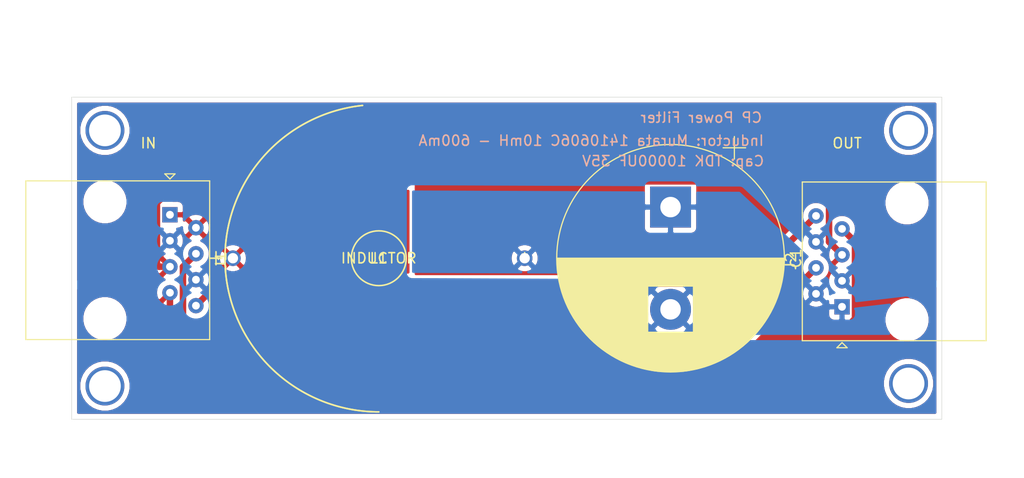
<source format=kicad_pcb>
(kicad_pcb (version 20171130) (host pcbnew "(5.1.4)-1")

  (general
    (thickness 1.6)
    (drawings 9)
    (tracks 25)
    (zones 0)
    (modules 8)
    (nets 8)
  )

  (page A4)
  (layers
    (0 F.Cu signal)
    (31 B.Cu signal)
    (32 B.Adhes user)
    (33 F.Adhes user)
    (34 B.Paste user)
    (35 F.Paste user)
    (36 B.SilkS user)
    (37 F.SilkS user)
    (38 B.Mask user)
    (39 F.Mask user)
    (40 Dwgs.User user)
    (41 Cmts.User user)
    (42 Eco1.User user)
    (43 Eco2.User user)
    (44 Edge.Cuts user)
    (45 Margin user)
    (46 B.CrtYd user)
    (47 F.CrtYd user)
    (48 B.Fab user)
    (49 F.Fab user hide)
  )

  (setup
    (last_trace_width 0.635)
    (user_trace_width 0.635)
    (user_trace_width 1.27)
    (trace_clearance 0.2)
    (zone_clearance 0.508)
    (zone_45_only no)
    (trace_min 0.2)
    (via_size 0.8)
    (via_drill 0.4)
    (via_min_size 0.4)
    (via_min_drill 0.3)
    (uvia_size 0.3)
    (uvia_drill 0.1)
    (uvias_allowed no)
    (uvia_min_size 0.2)
    (uvia_min_drill 0.1)
    (edge_width 0.05)
    (segment_width 0.2)
    (pcb_text_width 0.3)
    (pcb_text_size 1.5 1.5)
    (mod_edge_width 0.12)
    (mod_text_size 1 1)
    (mod_text_width 0.15)
    (pad_size 1.524 1.524)
    (pad_drill 0.762)
    (pad_to_mask_clearance 0.051)
    (solder_mask_min_width 0.25)
    (aux_axis_origin 0 0)
    (visible_elements FFFFFF7F)
    (pcbplotparams
      (layerselection 0x010fc_ffffffff)
      (usegerberextensions false)
      (usegerberattributes false)
      (usegerberadvancedattributes false)
      (creategerberjobfile false)
      (excludeedgelayer true)
      (linewidth 0.100000)
      (plotframeref false)
      (viasonmask false)
      (mode 1)
      (useauxorigin false)
      (hpglpennumber 1)
      (hpglpenspeed 20)
      (hpglpendiameter 15.000000)
      (psnegative false)
      (psa4output false)
      (plotreference true)
      (plotvalue true)
      (plotinvisibletext false)
      (padsonsilk false)
      (subtractmaskfromsilk false)
      (outputformat 1)
      (mirror false)
      (drillshape 0)
      (scaleselection 1)
      (outputdirectory "Gerbers/"))
  )

  (net 0 "")
  (net 1 GND)
  (net 2 "Net-(C1-Pad1)")
  (net 3 "Net-(J1-Pad8)")
  (net 4 "Net-(J1-Pad7)")
  (net 5 "Net-(J1-Pad5)")
  (net 6 "Net-(J1-Pad4)")
  (net 7 "Net-(J1-Pad1)")

  (net_class Default "This is the default net class."
    (clearance 0.2)
    (trace_width 0.25)
    (via_dia 0.8)
    (via_drill 0.4)
    (uvia_dia 0.3)
    (uvia_drill 0.1)
    (add_net GND)
    (add_net "Net-(C1-Pad1)")
    (add_net "Net-(J1-Pad1)")
    (add_net "Net-(J1-Pad4)")
    (add_net "Net-(J1-Pad5)")
    (add_net "Net-(J1-Pad7)")
    (add_net "Net-(J1-Pad8)")
  )

  (module PowerFilter:3.0mmhole (layer F.Cu) (tedit 5E18E5EA) (tstamp 5E4682FB)
    (at 139.75 57.75)
    (descr "solder Pin_ diameter 1.0mm, hole diameter 1.2mm (loose fit), length 10.0mm")
    (tags "solder Pin_ loose fit")
    (fp_text reference REF** (at 0.0762 2.758) (layer F.SilkS) hide
      (effects (font (size 1 1) (thickness 0.15)))
    )
    (fp_text value 3.0mmhole (at 0.1524 -3.0226) (layer F.Fab)
      (effects (font (size 1 1) (thickness 0.15)))
    )
    (fp_circle (center 0 0) (end 1.2 0) (layer F.Fab) (width 0.12))
    (fp_circle (center 0 0) (end 0.5 0) (layer F.Fab) (width 0.12))
    (fp_circle (center 0 0) (end 1.7 0) (layer F.CrtYd) (width 0.05))
    (fp_text user %R (at 0.0762 2.758) (layer F.Fab)
      (effects (font (size 1 1) (thickness 0.15)))
    )
    (pad 1 thru_hole circle (at 0 0) (size 3.8 3.8) (drill 3.1) (layers *.Cu *.Mask))
    (model ${KISYS3DMOD}/Connector_Pin.3dshapes/Pin_D1.0mm_L10.0mm_LooseFit.wrl
      (at (xyz 0 0 0))
      (scale (xyz 1 1 1))
      (rotate (xyz 0 0 0))
    )
  )

  (module PowerFilter:3.0mmhole (layer F.Cu) (tedit 5E18E5EA) (tstamp 5E4682FB)
    (at 139.75 82.5)
    (descr "solder Pin_ diameter 1.0mm, hole diameter 1.2mm (loose fit), length 10.0mm")
    (tags "solder Pin_ loose fit")
    (fp_text reference REF** (at 0.0762 2.758) (layer F.SilkS) hide
      (effects (font (size 1 1) (thickness 0.15)))
    )
    (fp_text value 3.0mmhole (at 0.1524 -3.0226) (layer F.Fab)
      (effects (font (size 1 1) (thickness 0.15)))
    )
    (fp_circle (center 0 0) (end 1.2 0) (layer F.Fab) (width 0.12))
    (fp_circle (center 0 0) (end 0.5 0) (layer F.Fab) (width 0.12))
    (fp_circle (center 0 0) (end 1.7 0) (layer F.CrtYd) (width 0.05))
    (fp_text user %R (at 0.0762 2.758) (layer F.Fab)
      (effects (font (size 1 1) (thickness 0.15)))
    )
    (pad 1 thru_hole circle (at 0 0) (size 3.8 3.8) (drill 3.1) (layers *.Cu *.Mask))
    (model ${KISYS3DMOD}/Connector_Pin.3dshapes/Pin_D1.0mm_L10.0mm_LooseFit.wrl
      (at (xyz 0 0 0))
      (scale (xyz 1 1 1))
      (rotate (xyz 0 0 0))
    )
  )

  (module PowerFilter:3.0mmhole (layer F.Cu) (tedit 5E18E5EA) (tstamp 5E4682FB)
    (at 61.25 82.75)
    (descr "solder Pin_ diameter 1.0mm, hole diameter 1.2mm (loose fit), length 10.0mm")
    (tags "solder Pin_ loose fit")
    (fp_text reference REF** (at 0.0762 2.758) (layer F.SilkS) hide
      (effects (font (size 1 1) (thickness 0.15)))
    )
    (fp_text value 3.0mmhole (at 0.1524 -3.0226) (layer F.Fab)
      (effects (font (size 1 1) (thickness 0.15)))
    )
    (fp_circle (center 0 0) (end 1.2 0) (layer F.Fab) (width 0.12))
    (fp_circle (center 0 0) (end 0.5 0) (layer F.Fab) (width 0.12))
    (fp_circle (center 0 0) (end 1.7 0) (layer F.CrtYd) (width 0.05))
    (fp_text user %R (at 0.0762 2.758) (layer F.Fab)
      (effects (font (size 1 1) (thickness 0.15)))
    )
    (pad 1 thru_hole circle (at 0 0) (size 3.8 3.8) (drill 3.1) (layers *.Cu *.Mask))
    (model ${KISYS3DMOD}/Connector_Pin.3dshapes/Pin_D1.0mm_L10.0mm_LooseFit.wrl
      (at (xyz 0 0 0))
      (scale (xyz 1 1 1))
      (rotate (xyz 0 0 0))
    )
  )

  (module PowerFilter:3.0mmhole (layer F.Cu) (tedit 5E18E5EA) (tstamp 5E4682FA)
    (at 61.25 57.75)
    (descr "solder Pin_ diameter 1.0mm, hole diameter 1.2mm (loose fit), length 10.0mm")
    (tags "solder Pin_ loose fit")
    (fp_text reference REF** (at 0.0762 2.758) (layer F.SilkS) hide
      (effects (font (size 1 1) (thickness 0.15)))
    )
    (fp_text value 3.0mmhole (at 0.1524 -3.0226) (layer F.Fab)
      (effects (font (size 1 1) (thickness 0.15)))
    )
    (fp_text user %R (at 0.0762 2.758) (layer F.Fab)
      (effects (font (size 1 1) (thickness 0.15)))
    )
    (fp_circle (center 0 0) (end 1.7 0) (layer F.CrtYd) (width 0.05))
    (fp_circle (center 0 0) (end 0.5 0) (layer F.Fab) (width 0.12))
    (fp_circle (center 0 0) (end 1.2 0) (layer F.Fab) (width 0.12))
    (pad 1 thru_hole circle (at 0 0) (size 3.8 3.8) (drill 3.1) (layers *.Cu *.Mask))
    (model ${KISYS3DMOD}/Connector_Pin.3dshapes/Pin_D1.0mm_L10.0mm_LooseFit.wrl
      (at (xyz 0 0 0))
      (scale (xyz 1 1 1))
      (rotate (xyz 0 0 0))
    )
  )

  (module PowerFilter:1410606C (layer F.Cu) (tedit 0) (tstamp 5E467898)
    (at 102.25 70.25)
    (path /5E458945)
    (fp_text reference L1 (at -14.249997 0) (layer F.SilkS)
      (effects (font (size 1 1) (thickness 0.15)))
    )
    (fp_text value INDUCTOR (at -14.249997 0) (layer F.SilkS)
      (effects (font (size 1 1) (thickness 0.15)))
    )
    (fp_circle (center -14.249997 0) (end -11.570297 0) (layer F.SilkS) (width 0.1524))
    (fp_circle (center -14.249997 0) (end -11.697297 0) (layer F.Fab) (width 0.1524))
    (fp_circle (center -14.249997 0) (end 0.647103 0) (layer F.Fab) (width 0.1524))
    (fp_arc (start -14.249997 0) (end -14.249997 15.0241) (angle 173.936798) (layer F.SilkS) (width 0.1524))
    (fp_arc (start -14.249997 0) (end -14.249997 15.0241) (angle 173.936905) (layer F.SilkS) (width 0.1524))
    (fp_line (start -29.515994 -6.286) (end -20.535997 -15.265997) (layer F.CrtYd) (width 0.1524))
    (fp_line (start -29.515994 6.286) (end -29.515994 -6.286) (layer F.CrtYd) (width 0.1524))
    (fp_line (start -20.535997 15.265997) (end -29.515994 6.286) (layer F.CrtYd) (width 0.1524))
    (fp_line (start -7.963997 15.265997) (end -20.535997 15.265997) (layer F.CrtYd) (width 0.1524))
    (fp_line (start 1.016 6.286) (end -7.963997 15.265997) (layer F.CrtYd) (width 0.1524))
    (fp_line (start 1.016 -6.286) (end 1.016 6.286) (layer F.CrtYd) (width 0.1524))
    (fp_line (start -7.963997 -15.265997) (end 1.016 -6.286) (layer F.CrtYd) (width 0.1524))
    (fp_line (start -20.535997 -15.265997) (end -7.963997 -15.265997) (layer F.CrtYd) (width 0.1524))
    (fp_line (start -30.150994 -0.635) (end -30.150994 0.635) (layer F.SilkS) (width 0.1524))
    (fp_line (start -30.785994 0) (end -29.594734 0) (layer F.SilkS) (width 0.1524))
    (fp_line (start -30.150994 -0.635) (end -30.150994 0.635) (layer F.Fab) (width 0.1524))
    (fp_line (start -30.785994 0) (end -29.515994 0) (layer F.Fab) (width 0.1524))
    (fp_text user * (at 0 0) (layer F.Fab)
      (effects (font (size 1 1) (thickness 0.15)))
    )
    (fp_text user * (at 0 0) (layer F.SilkS)
      (effects (font (size 1 1) (thickness 0.15)))
    )
    (fp_text user "Copyright 2016 Accelerated Designs. All rights reserved." (at 0 0) (layer Cmts.User)
      (effects (font (size 0.127 0.127) (thickness 0.002)))
    )
    (pad 2 thru_hole circle (at 0 0) (size 1.524 1.524) (drill 1.016) (layers *.Cu *.Mask)
      (net 2 "Net-(C1-Pad1)"))
    (pad 1 thru_hole circle (at -28.499994 0) (size 1.524 1.524) (drill 1.016) (layers *.Cu *.Mask)
      (net 7 "Net-(J1-Pad1)"))
    (model C:/Users/lbleam/Documents/stepfiles/1410606C.step
      (at (xyz 0 0 0))
      (scale (xyz 1 1 1))
      (rotate (xyz 0 0 180))
    )
  )

  (module Connector_RJ:RJ45_Amphenol_54602-x08_Horizontal (layer F.Cu) (tedit 5B103613) (tstamp 5E46215B)
    (at 133.25 75 90)
    (descr "8 Pol Shallow Latch Connector, Modjack, RJ45 (https://cdn.amphenol-icc.com/media/wysiwyg/files/drawing/c-bmj-0102.pdf)")
    (tags RJ45)
    (path /5E45C163)
    (fp_text reference J2 (at 4.445 -5 90) (layer F.SilkS)
      (effects (font (size 1 1) (thickness 0.15)))
    )
    (fp_text value RJ45 (at 4.445 4 90) (layer F.Fab)
      (effects (font (size 1 1) (thickness 0.15)))
    )
    (fp_line (start 12.6 14.47) (end -3.71 14.47) (layer F.CrtYd) (width 0.05))
    (fp_line (start 12.6 14.47) (end 12.6 -4.27) (layer F.CrtYd) (width 0.05))
    (fp_line (start -3.71 -4.27) (end -3.71 14.47) (layer F.CrtYd) (width 0.05))
    (fp_line (start -3.71 -4.27) (end 12.6 -4.27) (layer F.CrtYd) (width 0.05))
    (fp_line (start -3.315 -3.88) (end -3.315 14.08) (layer F.SilkS) (width 0.12))
    (fp_line (start 12.205 -3.88) (end -3.315 -3.88) (layer F.SilkS) (width 0.12))
    (fp_line (start 12.205 -3.88) (end 12.205 14.08) (layer F.SilkS) (width 0.12))
    (fp_line (start -3.315 14.08) (end 12.205 14.08) (layer F.SilkS) (width 0.12))
    (fp_line (start -3.205 -2.77) (end -2.205 -3.77) (layer F.Fab) (width 0.12))
    (fp_line (start -2.205 -3.77) (end 12.095 -3.77) (layer F.Fab) (width 0.12))
    (fp_line (start 12.095 -3.77) (end 12.095 13.97) (layer F.Fab) (width 0.12))
    (fp_line (start 12.095 13.97) (end -3.205 13.97) (layer F.Fab) (width 0.12))
    (fp_line (start -3.205 13.97) (end -3.205 -2.77) (layer F.Fab) (width 0.12))
    (fp_line (start -3.5 0) (end -4 -0.5) (layer F.SilkS) (width 0.12))
    (fp_line (start -4 -0.5) (end -4 0.5) (layer F.SilkS) (width 0.12))
    (fp_line (start -4 0.5) (end -3.5 0) (layer F.SilkS) (width 0.12))
    (fp_text user %R (at 4.445 2 90) (layer F.Fab)
      (effects (font (size 1 1) (thickness 0.15)))
    )
    (pad 8 thru_hole circle (at 8.89 -2.54 90) (size 1.5 1.5) (drill 0.76) (layers *.Cu *.Mask)
      (net 3 "Net-(J1-Pad8)"))
    (pad 7 thru_hole circle (at 7.62 0 90) (size 1.5 1.5) (drill 0.76) (layers *.Cu *.Mask)
      (net 4 "Net-(J1-Pad7)"))
    (pad 6 thru_hole circle (at 6.35 -2.54 90) (size 1.5 1.5) (drill 0.76) (layers *.Cu *.Mask)
      (net 1 GND))
    (pad 5 thru_hole circle (at 5.08 0 90) (size 1.5 1.5) (drill 0.76) (layers *.Cu *.Mask)
      (net 5 "Net-(J1-Pad5)"))
    (pad 4 thru_hole circle (at 3.81 -2.54 90) (size 1.5 1.5) (drill 0.76) (layers *.Cu *.Mask)
      (net 6 "Net-(J1-Pad4)"))
    (pad 3 thru_hole circle (at 2.54 0 90) (size 1.5 1.5) (drill 0.76) (layers *.Cu *.Mask)
      (net 1 GND))
    (pad 2 thru_hole circle (at 1.27 -2.54 90) (size 1.5 1.5) (drill 0.76) (layers *.Cu *.Mask)
      (net 2 "Net-(C1-Pad1)"))
    (pad 1 thru_hole rect (at 0 0 90) (size 1.5 1.5) (drill 0.76) (layers *.Cu *.Mask)
      (net 2 "Net-(C1-Pad1)"))
    (pad "" np_thru_hole circle (at -1.27 6.35 90) (size 3.2 3.2) (drill 3.2) (layers *.Cu *.Mask))
    (pad "" np_thru_hole circle (at 10.16 6.35 90) (size 3.2 3.2) (drill 3.2) (layers *.Cu *.Mask))
    (model ${KISYS3DMOD}/Connector_RJ.3dshapes/RJ45_Amphenol_54602-x08_Horizontal.wrl
      (at (xyz 0 0 0))
      (scale (xyz 1 1 1))
      (rotate (xyz 0 0 0))
    )
    (model C:/Users/lbleam/Documents/stepfiles/54602-908LFc.STEP
      (offset (xyz 4.45 3.75 10.5))
      (scale (xyz 1 1 1))
      (rotate (xyz 90 180 90))
    )
  )

  (module Connector_RJ:RJ45_Amphenol_54602-x08_Horizontal (layer F.Cu) (tedit 5B103613) (tstamp 5E46213C)
    (at 67.6 66 270)
    (descr "8 Pol Shallow Latch Connector, Modjack, RJ45 (https://cdn.amphenol-icc.com/media/wysiwyg/files/drawing/c-bmj-0102.pdf)")
    (tags RJ45)
    (path /5E459127)
    (fp_text reference J1 (at 4.445 -5 90) (layer F.SilkS)
      (effects (font (size 1 1) (thickness 0.15)))
    )
    (fp_text value RJ45 (at 4.445 4 90) (layer F.Fab)
      (effects (font (size 1 1) (thickness 0.15)))
    )
    (fp_line (start 12.6 14.47) (end -3.71 14.47) (layer F.CrtYd) (width 0.05))
    (fp_line (start 12.6 14.47) (end 12.6 -4.27) (layer F.CrtYd) (width 0.05))
    (fp_line (start -3.71 -4.27) (end -3.71 14.47) (layer F.CrtYd) (width 0.05))
    (fp_line (start -3.71 -4.27) (end 12.6 -4.27) (layer F.CrtYd) (width 0.05))
    (fp_line (start -3.315 -3.88) (end -3.315 14.08) (layer F.SilkS) (width 0.12))
    (fp_line (start 12.205 -3.88) (end -3.315 -3.88) (layer F.SilkS) (width 0.12))
    (fp_line (start 12.205 -3.88) (end 12.205 14.08) (layer F.SilkS) (width 0.12))
    (fp_line (start -3.315 14.08) (end 12.205 14.08) (layer F.SilkS) (width 0.12))
    (fp_line (start -3.205 -2.77) (end -2.205 -3.77) (layer F.Fab) (width 0.12))
    (fp_line (start -2.205 -3.77) (end 12.095 -3.77) (layer F.Fab) (width 0.12))
    (fp_line (start 12.095 -3.77) (end 12.095 13.97) (layer F.Fab) (width 0.12))
    (fp_line (start 12.095 13.97) (end -3.205 13.97) (layer F.Fab) (width 0.12))
    (fp_line (start -3.205 13.97) (end -3.205 -2.77) (layer F.Fab) (width 0.12))
    (fp_line (start -3.5 0) (end -4 -0.5) (layer F.SilkS) (width 0.12))
    (fp_line (start -4 -0.5) (end -4 0.5) (layer F.SilkS) (width 0.12))
    (fp_line (start -4 0.5) (end -3.5 0) (layer F.SilkS) (width 0.12))
    (fp_text user %R (at 4.445 2 90) (layer F.Fab)
      (effects (font (size 1 1) (thickness 0.15)))
    )
    (pad 8 thru_hole circle (at 8.89 -2.54 270) (size 1.5 1.5) (drill 0.76) (layers *.Cu *.Mask)
      (net 3 "Net-(J1-Pad8)"))
    (pad 7 thru_hole circle (at 7.62 0 270) (size 1.5 1.5) (drill 0.76) (layers *.Cu *.Mask)
      (net 4 "Net-(J1-Pad7)"))
    (pad 6 thru_hole circle (at 6.35 -2.54 270) (size 1.5 1.5) (drill 0.76) (layers *.Cu *.Mask)
      (net 1 GND))
    (pad 5 thru_hole circle (at 5.08 0 270) (size 1.5 1.5) (drill 0.76) (layers *.Cu *.Mask)
      (net 5 "Net-(J1-Pad5)"))
    (pad 4 thru_hole circle (at 3.81 -2.54 270) (size 1.5 1.5) (drill 0.76) (layers *.Cu *.Mask)
      (net 6 "Net-(J1-Pad4)"))
    (pad 3 thru_hole circle (at 2.54 0 270) (size 1.5 1.5) (drill 0.76) (layers *.Cu *.Mask)
      (net 1 GND))
    (pad 2 thru_hole circle (at 1.27 -2.54 270) (size 1.5 1.5) (drill 0.76) (layers *.Cu *.Mask)
      (net 7 "Net-(J1-Pad1)"))
    (pad 1 thru_hole rect (at 0 0 270) (size 1.5 1.5) (drill 0.76) (layers *.Cu *.Mask)
      (net 7 "Net-(J1-Pad1)"))
    (pad "" np_thru_hole circle (at -1.27 6.35 270) (size 3.2 3.2) (drill 3.2) (layers *.Cu *.Mask))
    (pad "" np_thru_hole circle (at 10.16 6.35 270) (size 3.2 3.2) (drill 3.2) (layers *.Cu *.Mask))
    (model ${KISYS3DMOD}/Connector_RJ.3dshapes/RJ45_Amphenol_54602-x08_Horizontal.wrl
      (at (xyz 0 0 0))
      (scale (xyz 1 1 1))
      (rotate (xyz 0 0 0))
    )
    (model C:/Users/lbleam/Documents/stepfiles/54602-908LFc.STEP
      (offset (xyz 4.45 3.75 10.5))
      (scale (xyz 1 1 1))
      (rotate (xyz 90 180 90))
    )
  )

  (module Capacitor_THT:CP_Radial_D22.0mm_P10.00mm_SnapIn (layer F.Cu) (tedit 5AE50EF1) (tstamp 5E46211D)
    (at 116.5 65.25 270)
    (descr "CP, Radial series, Radial, pin pitch=10.00mm, , diameter=22mm, Electrolytic Capacitor, , http://www.vishay.com/docs/28342/058059pll-si.pdf")
    (tags "CP Radial series Radial pin pitch 10.00mm  diameter 22mm Electrolytic Capacitor")
    (path /5E457942)
    (fp_text reference C1 (at 5 -12.25 90) (layer F.SilkS)
      (effects (font (size 1 1) (thickness 0.15)))
    )
    (fp_text value CP (at 5 12.25 90) (layer F.Fab)
      (effects (font (size 1 1) (thickness 0.15)))
    )
    (fp_text user %R (at 5 0 90) (layer F.Fab)
      (effects (font (size 1 1) (thickness 0.15)))
    )
    (fp_line (start -5.799337 -7.335) (end -5.799337 -5.135) (layer F.SilkS) (width 0.12))
    (fp_line (start -6.899337 -6.235) (end -4.699337 -6.235) (layer F.SilkS) (width 0.12))
    (fp_line (start 16.12 -0.04) (end 16.12 0.04) (layer F.SilkS) (width 0.12))
    (fp_line (start 16.08 -0.903) (end 16.08 0.903) (layer F.SilkS) (width 0.12))
    (fp_line (start 16.04 -1.292) (end 16.04 1.292) (layer F.SilkS) (width 0.12))
    (fp_line (start 16 -1.59) (end 16 1.59) (layer F.SilkS) (width 0.12))
    (fp_line (start 15.96 -1.84) (end 15.96 1.84) (layer F.SilkS) (width 0.12))
    (fp_line (start 15.92 -2.06) (end 15.92 2.06) (layer F.SilkS) (width 0.12))
    (fp_line (start 15.88 -2.258) (end 15.88 2.258) (layer F.SilkS) (width 0.12))
    (fp_line (start 15.84 -2.44) (end 15.84 2.44) (layer F.SilkS) (width 0.12))
    (fp_line (start 15.8 -2.609) (end 15.8 2.609) (layer F.SilkS) (width 0.12))
    (fp_line (start 15.76 -2.767) (end 15.76 2.767) (layer F.SilkS) (width 0.12))
    (fp_line (start 15.72 -2.916) (end 15.72 2.916) (layer F.SilkS) (width 0.12))
    (fp_line (start 15.68 -3.058) (end 15.68 3.058) (layer F.SilkS) (width 0.12))
    (fp_line (start 15.64 -3.192) (end 15.64 3.192) (layer F.SilkS) (width 0.12))
    (fp_line (start 15.6 -3.321) (end 15.6 3.321) (layer F.SilkS) (width 0.12))
    (fp_line (start 15.56 -3.445) (end 15.56 3.445) (layer F.SilkS) (width 0.12))
    (fp_line (start 15.52 -3.564) (end 15.52 3.564) (layer F.SilkS) (width 0.12))
    (fp_line (start 15.48 -3.679) (end 15.48 3.679) (layer F.SilkS) (width 0.12))
    (fp_line (start 15.44 -3.789) (end 15.44 3.789) (layer F.SilkS) (width 0.12))
    (fp_line (start 15.4 -3.897) (end 15.4 3.897) (layer F.SilkS) (width 0.12))
    (fp_line (start 15.36 -4.001) (end 15.36 4.001) (layer F.SilkS) (width 0.12))
    (fp_line (start 15.32 -4.102) (end 15.32 4.102) (layer F.SilkS) (width 0.12))
    (fp_line (start 15.28 -4.2) (end 15.28 4.2) (layer F.SilkS) (width 0.12))
    (fp_line (start 15.24 -4.296) (end 15.24 4.296) (layer F.SilkS) (width 0.12))
    (fp_line (start 15.2 -4.389) (end 15.2 4.389) (layer F.SilkS) (width 0.12))
    (fp_line (start 15.16 -4.48) (end 15.16 4.48) (layer F.SilkS) (width 0.12))
    (fp_line (start 15.12 -4.569) (end 15.12 4.569) (layer F.SilkS) (width 0.12))
    (fp_line (start 15.08 -4.656) (end 15.08 4.656) (layer F.SilkS) (width 0.12))
    (fp_line (start 15.04 -4.741) (end 15.04 4.741) (layer F.SilkS) (width 0.12))
    (fp_line (start 15 -4.824) (end 15 4.824) (layer F.SilkS) (width 0.12))
    (fp_line (start 14.96 -4.905) (end 14.96 4.905) (layer F.SilkS) (width 0.12))
    (fp_line (start 14.92 -4.985) (end 14.92 4.985) (layer F.SilkS) (width 0.12))
    (fp_line (start 14.88 -5.063) (end 14.88 5.063) (layer F.SilkS) (width 0.12))
    (fp_line (start 14.84 -5.14) (end 14.84 5.14) (layer F.SilkS) (width 0.12))
    (fp_line (start 14.8 -5.215) (end 14.8 5.215) (layer F.SilkS) (width 0.12))
    (fp_line (start 14.76 -5.289) (end 14.76 5.289) (layer F.SilkS) (width 0.12))
    (fp_line (start 14.72 -5.362) (end 14.72 5.362) (layer F.SilkS) (width 0.12))
    (fp_line (start 14.68 -5.433) (end 14.68 5.433) (layer F.SilkS) (width 0.12))
    (fp_line (start 14.64 -5.503) (end 14.64 5.503) (layer F.SilkS) (width 0.12))
    (fp_line (start 14.6 -5.572) (end 14.6 5.572) (layer F.SilkS) (width 0.12))
    (fp_line (start 14.56 -5.64) (end 14.56 5.64) (layer F.SilkS) (width 0.12))
    (fp_line (start 14.52 -5.707) (end 14.52 5.707) (layer F.SilkS) (width 0.12))
    (fp_line (start 14.48 -5.773) (end 14.48 5.773) (layer F.SilkS) (width 0.12))
    (fp_line (start 14.44 -5.838) (end 14.44 5.838) (layer F.SilkS) (width 0.12))
    (fp_line (start 14.4 -5.901) (end 14.4 5.901) (layer F.SilkS) (width 0.12))
    (fp_line (start 14.36 -5.964) (end 14.36 5.964) (layer F.SilkS) (width 0.12))
    (fp_line (start 14.32 -6.026) (end 14.32 6.026) (layer F.SilkS) (width 0.12))
    (fp_line (start 14.28 -6.087) (end 14.28 6.087) (layer F.SilkS) (width 0.12))
    (fp_line (start 14.24 -6.147) (end 14.24 6.147) (layer F.SilkS) (width 0.12))
    (fp_line (start 14.2 -6.207) (end 14.2 6.207) (layer F.SilkS) (width 0.12))
    (fp_line (start 14.16 -6.265) (end 14.16 6.265) (layer F.SilkS) (width 0.12))
    (fp_line (start 14.12 -6.323) (end 14.12 6.323) (layer F.SilkS) (width 0.12))
    (fp_line (start 14.08 -6.38) (end 14.08 6.38) (layer F.SilkS) (width 0.12))
    (fp_line (start 14.04 -6.436) (end 14.04 6.436) (layer F.SilkS) (width 0.12))
    (fp_line (start 14 -6.492) (end 14 6.492) (layer F.SilkS) (width 0.12))
    (fp_line (start 13.96 -6.546) (end 13.96 6.546) (layer F.SilkS) (width 0.12))
    (fp_line (start 13.92 -6.6) (end 13.92 6.6) (layer F.SilkS) (width 0.12))
    (fp_line (start 13.88 -6.654) (end 13.88 6.654) (layer F.SilkS) (width 0.12))
    (fp_line (start 13.84 -6.707) (end 13.84 6.707) (layer F.SilkS) (width 0.12))
    (fp_line (start 13.8 -6.759) (end 13.8 6.759) (layer F.SilkS) (width 0.12))
    (fp_line (start 13.76 -6.81) (end 13.76 6.81) (layer F.SilkS) (width 0.12))
    (fp_line (start 13.72 -6.861) (end 13.72 6.861) (layer F.SilkS) (width 0.12))
    (fp_line (start 13.68 -6.911) (end 13.68 6.911) (layer F.SilkS) (width 0.12))
    (fp_line (start 13.64 -6.961) (end 13.64 6.961) (layer F.SilkS) (width 0.12))
    (fp_line (start 13.6 -7.01) (end 13.6 7.01) (layer F.SilkS) (width 0.12))
    (fp_line (start 13.56 -7.058) (end 13.56 7.058) (layer F.SilkS) (width 0.12))
    (fp_line (start 13.52 -7.106) (end 13.52 7.106) (layer F.SilkS) (width 0.12))
    (fp_line (start 13.48 -7.154) (end 13.48 7.154) (layer F.SilkS) (width 0.12))
    (fp_line (start 13.44 -7.201) (end 13.44 7.201) (layer F.SilkS) (width 0.12))
    (fp_line (start 13.4 -7.247) (end 13.4 7.247) (layer F.SilkS) (width 0.12))
    (fp_line (start 13.36 -7.293) (end 13.36 7.293) (layer F.SilkS) (width 0.12))
    (fp_line (start 13.32 -7.338) (end 13.32 7.338) (layer F.SilkS) (width 0.12))
    (fp_line (start 13.28 -7.383) (end 13.28 7.383) (layer F.SilkS) (width 0.12))
    (fp_line (start 13.24 -7.428) (end 13.24 7.428) (layer F.SilkS) (width 0.12))
    (fp_line (start 13.2 -7.471) (end 13.2 7.471) (layer F.SilkS) (width 0.12))
    (fp_line (start 13.161 -7.515) (end 13.161 7.515) (layer F.SilkS) (width 0.12))
    (fp_line (start 13.121 -7.558) (end 13.121 7.558) (layer F.SilkS) (width 0.12))
    (fp_line (start 13.081 -7.6) (end 13.081 7.6) (layer F.SilkS) (width 0.12))
    (fp_line (start 13.041 -7.642) (end 13.041 7.642) (layer F.SilkS) (width 0.12))
    (fp_line (start 13.001 -7.684) (end 13.001 7.684) (layer F.SilkS) (width 0.12))
    (fp_line (start 12.961 -7.725) (end 12.961 7.725) (layer F.SilkS) (width 0.12))
    (fp_line (start 12.921 -7.766) (end 12.921 7.766) (layer F.SilkS) (width 0.12))
    (fp_line (start 12.881 -7.807) (end 12.881 7.807) (layer F.SilkS) (width 0.12))
    (fp_line (start 12.841 -7.846) (end 12.841 7.846) (layer F.SilkS) (width 0.12))
    (fp_line (start 12.801 -7.886) (end 12.801 7.886) (layer F.SilkS) (width 0.12))
    (fp_line (start 12.761 -7.925) (end 12.761 7.925) (layer F.SilkS) (width 0.12))
    (fp_line (start 12.721 -7.964) (end 12.721 7.964) (layer F.SilkS) (width 0.12))
    (fp_line (start 12.681 -8.002) (end 12.681 8.002) (layer F.SilkS) (width 0.12))
    (fp_line (start 12.641 -8.04) (end 12.641 8.04) (layer F.SilkS) (width 0.12))
    (fp_line (start 12.601 -8.078) (end 12.601 8.078) (layer F.SilkS) (width 0.12))
    (fp_line (start 12.561 -8.115) (end 12.561 8.115) (layer F.SilkS) (width 0.12))
    (fp_line (start 12.521 -8.152) (end 12.521 8.152) (layer F.SilkS) (width 0.12))
    (fp_line (start 12.481 -8.189) (end 12.481 8.189) (layer F.SilkS) (width 0.12))
    (fp_line (start 12.441 -8.225) (end 12.441 8.225) (layer F.SilkS) (width 0.12))
    (fp_line (start 12.401 -8.261) (end 12.401 8.261) (layer F.SilkS) (width 0.12))
    (fp_line (start 12.361 -8.296) (end 12.361 8.296) (layer F.SilkS) (width 0.12))
    (fp_line (start 12.321 -8.331) (end 12.321 8.331) (layer F.SilkS) (width 0.12))
    (fp_line (start 12.281 -8.366) (end 12.281 8.366) (layer F.SilkS) (width 0.12))
    (fp_line (start 12.241 -8.401) (end 12.241 8.401) (layer F.SilkS) (width 0.12))
    (fp_line (start 12.201 2.24) (end 12.201 8.435) (layer F.SilkS) (width 0.12))
    (fp_line (start 12.201 -8.435) (end 12.201 -2.24) (layer F.SilkS) (width 0.12))
    (fp_line (start 12.161 2.24) (end 12.161 8.469) (layer F.SilkS) (width 0.12))
    (fp_line (start 12.161 -8.469) (end 12.161 -2.24) (layer F.SilkS) (width 0.12))
    (fp_line (start 12.121 2.24) (end 12.121 8.502) (layer F.SilkS) (width 0.12))
    (fp_line (start 12.121 -8.502) (end 12.121 -2.24) (layer F.SilkS) (width 0.12))
    (fp_line (start 12.081 2.24) (end 12.081 8.535) (layer F.SilkS) (width 0.12))
    (fp_line (start 12.081 -8.535) (end 12.081 -2.24) (layer F.SilkS) (width 0.12))
    (fp_line (start 12.041 2.24) (end 12.041 8.568) (layer F.SilkS) (width 0.12))
    (fp_line (start 12.041 -8.568) (end 12.041 -2.24) (layer F.SilkS) (width 0.12))
    (fp_line (start 12.001 2.24) (end 12.001 8.601) (layer F.SilkS) (width 0.12))
    (fp_line (start 12.001 -8.601) (end 12.001 -2.24) (layer F.SilkS) (width 0.12))
    (fp_line (start 11.961 2.24) (end 11.961 8.633) (layer F.SilkS) (width 0.12))
    (fp_line (start 11.961 -8.633) (end 11.961 -2.24) (layer F.SilkS) (width 0.12))
    (fp_line (start 11.921 2.24) (end 11.921 8.665) (layer F.SilkS) (width 0.12))
    (fp_line (start 11.921 -8.665) (end 11.921 -2.24) (layer F.SilkS) (width 0.12))
    (fp_line (start 11.881 2.24) (end 11.881 8.697) (layer F.SilkS) (width 0.12))
    (fp_line (start 11.881 -8.697) (end 11.881 -2.24) (layer F.SilkS) (width 0.12))
    (fp_line (start 11.841 2.24) (end 11.841 8.728) (layer F.SilkS) (width 0.12))
    (fp_line (start 11.841 -8.728) (end 11.841 -2.24) (layer F.SilkS) (width 0.12))
    (fp_line (start 11.801 2.24) (end 11.801 8.759) (layer F.SilkS) (width 0.12))
    (fp_line (start 11.801 -8.759) (end 11.801 -2.24) (layer F.SilkS) (width 0.12))
    (fp_line (start 11.761 2.24) (end 11.761 8.79) (layer F.SilkS) (width 0.12))
    (fp_line (start 11.761 -8.79) (end 11.761 -2.24) (layer F.SilkS) (width 0.12))
    (fp_line (start 11.721 2.24) (end 11.721 8.82) (layer F.SilkS) (width 0.12))
    (fp_line (start 11.721 -8.82) (end 11.721 -2.24) (layer F.SilkS) (width 0.12))
    (fp_line (start 11.681 2.24) (end 11.681 8.85) (layer F.SilkS) (width 0.12))
    (fp_line (start 11.681 -8.85) (end 11.681 -2.24) (layer F.SilkS) (width 0.12))
    (fp_line (start 11.641 2.24) (end 11.641 8.88) (layer F.SilkS) (width 0.12))
    (fp_line (start 11.641 -8.88) (end 11.641 -2.24) (layer F.SilkS) (width 0.12))
    (fp_line (start 11.601 2.24) (end 11.601 8.91) (layer F.SilkS) (width 0.12))
    (fp_line (start 11.601 -8.91) (end 11.601 -2.24) (layer F.SilkS) (width 0.12))
    (fp_line (start 11.561 2.24) (end 11.561 8.939) (layer F.SilkS) (width 0.12))
    (fp_line (start 11.561 -8.939) (end 11.561 -2.24) (layer F.SilkS) (width 0.12))
    (fp_line (start 11.521 2.24) (end 11.521 8.968) (layer F.SilkS) (width 0.12))
    (fp_line (start 11.521 -8.968) (end 11.521 -2.24) (layer F.SilkS) (width 0.12))
    (fp_line (start 11.481 2.24) (end 11.481 8.997) (layer F.SilkS) (width 0.12))
    (fp_line (start 11.481 -8.997) (end 11.481 -2.24) (layer F.SilkS) (width 0.12))
    (fp_line (start 11.441 2.24) (end 11.441 9.026) (layer F.SilkS) (width 0.12))
    (fp_line (start 11.441 -9.026) (end 11.441 -2.24) (layer F.SilkS) (width 0.12))
    (fp_line (start 11.401 2.24) (end 11.401 9.054) (layer F.SilkS) (width 0.12))
    (fp_line (start 11.401 -9.054) (end 11.401 -2.24) (layer F.SilkS) (width 0.12))
    (fp_line (start 11.361 2.24) (end 11.361 9.082) (layer F.SilkS) (width 0.12))
    (fp_line (start 11.361 -9.082) (end 11.361 -2.24) (layer F.SilkS) (width 0.12))
    (fp_line (start 11.321 2.24) (end 11.321 9.11) (layer F.SilkS) (width 0.12))
    (fp_line (start 11.321 -9.11) (end 11.321 -2.24) (layer F.SilkS) (width 0.12))
    (fp_line (start 11.281 2.24) (end 11.281 9.137) (layer F.SilkS) (width 0.12))
    (fp_line (start 11.281 -9.137) (end 11.281 -2.24) (layer F.SilkS) (width 0.12))
    (fp_line (start 11.241 2.24) (end 11.241 9.165) (layer F.SilkS) (width 0.12))
    (fp_line (start 11.241 -9.165) (end 11.241 -2.24) (layer F.SilkS) (width 0.12))
    (fp_line (start 11.201 2.24) (end 11.201 9.192) (layer F.SilkS) (width 0.12))
    (fp_line (start 11.201 -9.192) (end 11.201 -2.24) (layer F.SilkS) (width 0.12))
    (fp_line (start 11.161 2.24) (end 11.161 9.218) (layer F.SilkS) (width 0.12))
    (fp_line (start 11.161 -9.218) (end 11.161 -2.24) (layer F.SilkS) (width 0.12))
    (fp_line (start 11.121 2.24) (end 11.121 9.245) (layer F.SilkS) (width 0.12))
    (fp_line (start 11.121 -9.245) (end 11.121 -2.24) (layer F.SilkS) (width 0.12))
    (fp_line (start 11.081 2.24) (end 11.081 9.271) (layer F.SilkS) (width 0.12))
    (fp_line (start 11.081 -9.271) (end 11.081 -2.24) (layer F.SilkS) (width 0.12))
    (fp_line (start 11.041 2.24) (end 11.041 9.297) (layer F.SilkS) (width 0.12))
    (fp_line (start 11.041 -9.297) (end 11.041 -2.24) (layer F.SilkS) (width 0.12))
    (fp_line (start 11.001 2.24) (end 11.001 9.323) (layer F.SilkS) (width 0.12))
    (fp_line (start 11.001 -9.323) (end 11.001 -2.24) (layer F.SilkS) (width 0.12))
    (fp_line (start 10.961 2.24) (end 10.961 9.348) (layer F.SilkS) (width 0.12))
    (fp_line (start 10.961 -9.348) (end 10.961 -2.24) (layer F.SilkS) (width 0.12))
    (fp_line (start 10.921 2.24) (end 10.921 9.374) (layer F.SilkS) (width 0.12))
    (fp_line (start 10.921 -9.374) (end 10.921 -2.24) (layer F.SilkS) (width 0.12))
    (fp_line (start 10.881 2.24) (end 10.881 9.399) (layer F.SilkS) (width 0.12))
    (fp_line (start 10.881 -9.399) (end 10.881 -2.24) (layer F.SilkS) (width 0.12))
    (fp_line (start 10.841 2.24) (end 10.841 9.424) (layer F.SilkS) (width 0.12))
    (fp_line (start 10.841 -9.424) (end 10.841 -2.24) (layer F.SilkS) (width 0.12))
    (fp_line (start 10.801 2.24) (end 10.801 9.448) (layer F.SilkS) (width 0.12))
    (fp_line (start 10.801 -9.448) (end 10.801 -2.24) (layer F.SilkS) (width 0.12))
    (fp_line (start 10.761 2.24) (end 10.761 9.472) (layer F.SilkS) (width 0.12))
    (fp_line (start 10.761 -9.472) (end 10.761 -2.24) (layer F.SilkS) (width 0.12))
    (fp_line (start 10.721 2.24) (end 10.721 9.497) (layer F.SilkS) (width 0.12))
    (fp_line (start 10.721 -9.497) (end 10.721 -2.24) (layer F.SilkS) (width 0.12))
    (fp_line (start 10.681 2.24) (end 10.681 9.52) (layer F.SilkS) (width 0.12))
    (fp_line (start 10.681 -9.52) (end 10.681 -2.24) (layer F.SilkS) (width 0.12))
    (fp_line (start 10.641 2.24) (end 10.641 9.544) (layer F.SilkS) (width 0.12))
    (fp_line (start 10.641 -9.544) (end 10.641 -2.24) (layer F.SilkS) (width 0.12))
    (fp_line (start 10.601 2.24) (end 10.601 9.567) (layer F.SilkS) (width 0.12))
    (fp_line (start 10.601 -9.567) (end 10.601 -2.24) (layer F.SilkS) (width 0.12))
    (fp_line (start 10.561 2.24) (end 10.561 9.591) (layer F.SilkS) (width 0.12))
    (fp_line (start 10.561 -9.591) (end 10.561 -2.24) (layer F.SilkS) (width 0.12))
    (fp_line (start 10.521 2.24) (end 10.521 9.614) (layer F.SilkS) (width 0.12))
    (fp_line (start 10.521 -9.614) (end 10.521 -2.24) (layer F.SilkS) (width 0.12))
    (fp_line (start 10.481 2.24) (end 10.481 9.636) (layer F.SilkS) (width 0.12))
    (fp_line (start 10.481 -9.636) (end 10.481 -2.24) (layer F.SilkS) (width 0.12))
    (fp_line (start 10.441 2.24) (end 10.441 9.659) (layer F.SilkS) (width 0.12))
    (fp_line (start 10.441 -9.659) (end 10.441 -2.24) (layer F.SilkS) (width 0.12))
    (fp_line (start 10.401 2.24) (end 10.401 9.681) (layer F.SilkS) (width 0.12))
    (fp_line (start 10.401 -9.681) (end 10.401 -2.24) (layer F.SilkS) (width 0.12))
    (fp_line (start 10.361 2.24) (end 10.361 9.703) (layer F.SilkS) (width 0.12))
    (fp_line (start 10.361 -9.703) (end 10.361 -2.24) (layer F.SilkS) (width 0.12))
    (fp_line (start 10.321 2.24) (end 10.321 9.725) (layer F.SilkS) (width 0.12))
    (fp_line (start 10.321 -9.725) (end 10.321 -2.24) (layer F.SilkS) (width 0.12))
    (fp_line (start 10.281 2.24) (end 10.281 9.747) (layer F.SilkS) (width 0.12))
    (fp_line (start 10.281 -9.747) (end 10.281 -2.24) (layer F.SilkS) (width 0.12))
    (fp_line (start 10.241 2.24) (end 10.241 9.768) (layer F.SilkS) (width 0.12))
    (fp_line (start 10.241 -9.768) (end 10.241 -2.24) (layer F.SilkS) (width 0.12))
    (fp_line (start 10.201 2.24) (end 10.201 9.79) (layer F.SilkS) (width 0.12))
    (fp_line (start 10.201 -9.79) (end 10.201 -2.24) (layer F.SilkS) (width 0.12))
    (fp_line (start 10.161 2.24) (end 10.161 9.811) (layer F.SilkS) (width 0.12))
    (fp_line (start 10.161 -9.811) (end 10.161 -2.24) (layer F.SilkS) (width 0.12))
    (fp_line (start 10.121 2.24) (end 10.121 9.832) (layer F.SilkS) (width 0.12))
    (fp_line (start 10.121 -9.832) (end 10.121 -2.24) (layer F.SilkS) (width 0.12))
    (fp_line (start 10.081 2.24) (end 10.081 9.852) (layer F.SilkS) (width 0.12))
    (fp_line (start 10.081 -9.852) (end 10.081 -2.24) (layer F.SilkS) (width 0.12))
    (fp_line (start 10.041 2.24) (end 10.041 9.873) (layer F.SilkS) (width 0.12))
    (fp_line (start 10.041 -9.873) (end 10.041 -2.24) (layer F.SilkS) (width 0.12))
    (fp_line (start 10.001 2.24) (end 10.001 9.893) (layer F.SilkS) (width 0.12))
    (fp_line (start 10.001 -9.893) (end 10.001 -2.24) (layer F.SilkS) (width 0.12))
    (fp_line (start 9.961 2.24) (end 9.961 9.913) (layer F.SilkS) (width 0.12))
    (fp_line (start 9.961 -9.913) (end 9.961 -2.24) (layer F.SilkS) (width 0.12))
    (fp_line (start 9.921 2.24) (end 9.921 9.933) (layer F.SilkS) (width 0.12))
    (fp_line (start 9.921 -9.933) (end 9.921 -2.24) (layer F.SilkS) (width 0.12))
    (fp_line (start 9.881 2.24) (end 9.881 9.952) (layer F.SilkS) (width 0.12))
    (fp_line (start 9.881 -9.952) (end 9.881 -2.24) (layer F.SilkS) (width 0.12))
    (fp_line (start 9.841 2.24) (end 9.841 9.972) (layer F.SilkS) (width 0.12))
    (fp_line (start 9.841 -9.972) (end 9.841 -2.24) (layer F.SilkS) (width 0.12))
    (fp_line (start 9.801 2.24) (end 9.801 9.991) (layer F.SilkS) (width 0.12))
    (fp_line (start 9.801 -9.991) (end 9.801 -2.24) (layer F.SilkS) (width 0.12))
    (fp_line (start 9.761 2.24) (end 9.761 10.01) (layer F.SilkS) (width 0.12))
    (fp_line (start 9.761 -10.01) (end 9.761 -2.24) (layer F.SilkS) (width 0.12))
    (fp_line (start 9.721 2.24) (end 9.721 10.029) (layer F.SilkS) (width 0.12))
    (fp_line (start 9.721 -10.029) (end 9.721 -2.24) (layer F.SilkS) (width 0.12))
    (fp_line (start 9.681 2.24) (end 9.681 10.048) (layer F.SilkS) (width 0.12))
    (fp_line (start 9.681 -10.048) (end 9.681 -2.24) (layer F.SilkS) (width 0.12))
    (fp_line (start 9.641 2.24) (end 9.641 10.066) (layer F.SilkS) (width 0.12))
    (fp_line (start 9.641 -10.066) (end 9.641 -2.24) (layer F.SilkS) (width 0.12))
    (fp_line (start 9.601 2.24) (end 9.601 10.084) (layer F.SilkS) (width 0.12))
    (fp_line (start 9.601 -10.084) (end 9.601 -2.24) (layer F.SilkS) (width 0.12))
    (fp_line (start 9.561 2.24) (end 9.561 10.103) (layer F.SilkS) (width 0.12))
    (fp_line (start 9.561 -10.103) (end 9.561 -2.24) (layer F.SilkS) (width 0.12))
    (fp_line (start 9.521 2.24) (end 9.521 10.12) (layer F.SilkS) (width 0.12))
    (fp_line (start 9.521 -10.12) (end 9.521 -2.24) (layer F.SilkS) (width 0.12))
    (fp_line (start 9.481 2.24) (end 9.481 10.138) (layer F.SilkS) (width 0.12))
    (fp_line (start 9.481 -10.138) (end 9.481 -2.24) (layer F.SilkS) (width 0.12))
    (fp_line (start 9.441 2.24) (end 9.441 10.156) (layer F.SilkS) (width 0.12))
    (fp_line (start 9.441 -10.156) (end 9.441 -2.24) (layer F.SilkS) (width 0.12))
    (fp_line (start 9.401 2.24) (end 9.401 10.173) (layer F.SilkS) (width 0.12))
    (fp_line (start 9.401 -10.173) (end 9.401 -2.24) (layer F.SilkS) (width 0.12))
    (fp_line (start 9.361 2.24) (end 9.361 10.19) (layer F.SilkS) (width 0.12))
    (fp_line (start 9.361 -10.19) (end 9.361 -2.24) (layer F.SilkS) (width 0.12))
    (fp_line (start 9.321 2.24) (end 9.321 10.207) (layer F.SilkS) (width 0.12))
    (fp_line (start 9.321 -10.207) (end 9.321 -2.24) (layer F.SilkS) (width 0.12))
    (fp_line (start 9.281 2.24) (end 9.281 10.224) (layer F.SilkS) (width 0.12))
    (fp_line (start 9.281 -10.224) (end 9.281 -2.24) (layer F.SilkS) (width 0.12))
    (fp_line (start 9.241 2.24) (end 9.241 10.24) (layer F.SilkS) (width 0.12))
    (fp_line (start 9.241 -10.24) (end 9.241 -2.24) (layer F.SilkS) (width 0.12))
    (fp_line (start 9.201 2.24) (end 9.201 10.257) (layer F.SilkS) (width 0.12))
    (fp_line (start 9.201 -10.257) (end 9.201 -2.24) (layer F.SilkS) (width 0.12))
    (fp_line (start 9.161 2.24) (end 9.161 10.273) (layer F.SilkS) (width 0.12))
    (fp_line (start 9.161 -10.273) (end 9.161 -2.24) (layer F.SilkS) (width 0.12))
    (fp_line (start 9.121 2.24) (end 9.121 10.289) (layer F.SilkS) (width 0.12))
    (fp_line (start 9.121 -10.289) (end 9.121 -2.24) (layer F.SilkS) (width 0.12))
    (fp_line (start 9.081 2.24) (end 9.081 10.305) (layer F.SilkS) (width 0.12))
    (fp_line (start 9.081 -10.305) (end 9.081 -2.24) (layer F.SilkS) (width 0.12))
    (fp_line (start 9.041 2.24) (end 9.041 10.321) (layer F.SilkS) (width 0.12))
    (fp_line (start 9.041 -10.321) (end 9.041 -2.24) (layer F.SilkS) (width 0.12))
    (fp_line (start 9.001 2.24) (end 9.001 10.336) (layer F.SilkS) (width 0.12))
    (fp_line (start 9.001 -10.336) (end 9.001 -2.24) (layer F.SilkS) (width 0.12))
    (fp_line (start 8.961 2.24) (end 8.961 10.351) (layer F.SilkS) (width 0.12))
    (fp_line (start 8.961 -10.351) (end 8.961 -2.24) (layer F.SilkS) (width 0.12))
    (fp_line (start 8.921 2.24) (end 8.921 10.367) (layer F.SilkS) (width 0.12))
    (fp_line (start 8.921 -10.367) (end 8.921 -2.24) (layer F.SilkS) (width 0.12))
    (fp_line (start 8.881 2.24) (end 8.881 10.382) (layer F.SilkS) (width 0.12))
    (fp_line (start 8.881 -10.382) (end 8.881 -2.24) (layer F.SilkS) (width 0.12))
    (fp_line (start 8.841 2.24) (end 8.841 10.396) (layer F.SilkS) (width 0.12))
    (fp_line (start 8.841 -10.396) (end 8.841 -2.24) (layer F.SilkS) (width 0.12))
    (fp_line (start 8.801 2.24) (end 8.801 10.411) (layer F.SilkS) (width 0.12))
    (fp_line (start 8.801 -10.411) (end 8.801 -2.24) (layer F.SilkS) (width 0.12))
    (fp_line (start 8.761 2.24) (end 8.761 10.426) (layer F.SilkS) (width 0.12))
    (fp_line (start 8.761 -10.426) (end 8.761 -2.24) (layer F.SilkS) (width 0.12))
    (fp_line (start 8.721 2.24) (end 8.721 10.44) (layer F.SilkS) (width 0.12))
    (fp_line (start 8.721 -10.44) (end 8.721 -2.24) (layer F.SilkS) (width 0.12))
    (fp_line (start 8.681 2.24) (end 8.681 10.454) (layer F.SilkS) (width 0.12))
    (fp_line (start 8.681 -10.454) (end 8.681 -2.24) (layer F.SilkS) (width 0.12))
    (fp_line (start 8.641 2.24) (end 8.641 10.468) (layer F.SilkS) (width 0.12))
    (fp_line (start 8.641 -10.468) (end 8.641 -2.24) (layer F.SilkS) (width 0.12))
    (fp_line (start 8.601 2.24) (end 8.601 10.482) (layer F.SilkS) (width 0.12))
    (fp_line (start 8.601 -10.482) (end 8.601 -2.24) (layer F.SilkS) (width 0.12))
    (fp_line (start 8.561 2.24) (end 8.561 10.495) (layer F.SilkS) (width 0.12))
    (fp_line (start 8.561 -10.495) (end 8.561 -2.24) (layer F.SilkS) (width 0.12))
    (fp_line (start 8.521 2.24) (end 8.521 10.509) (layer F.SilkS) (width 0.12))
    (fp_line (start 8.521 -10.509) (end 8.521 -2.24) (layer F.SilkS) (width 0.12))
    (fp_line (start 8.481 2.24) (end 8.481 10.522) (layer F.SilkS) (width 0.12))
    (fp_line (start 8.481 -10.522) (end 8.481 -2.24) (layer F.SilkS) (width 0.12))
    (fp_line (start 8.441 2.24) (end 8.441 10.535) (layer F.SilkS) (width 0.12))
    (fp_line (start 8.441 -10.535) (end 8.441 -2.24) (layer F.SilkS) (width 0.12))
    (fp_line (start 8.401 2.24) (end 8.401 10.548) (layer F.SilkS) (width 0.12))
    (fp_line (start 8.401 -10.548) (end 8.401 -2.24) (layer F.SilkS) (width 0.12))
    (fp_line (start 8.361 2.24) (end 8.361 10.561) (layer F.SilkS) (width 0.12))
    (fp_line (start 8.361 -10.561) (end 8.361 -2.24) (layer F.SilkS) (width 0.12))
    (fp_line (start 8.321 2.24) (end 8.321 10.573) (layer F.SilkS) (width 0.12))
    (fp_line (start 8.321 -10.573) (end 8.321 -2.24) (layer F.SilkS) (width 0.12))
    (fp_line (start 8.281 2.24) (end 8.281 10.586) (layer F.SilkS) (width 0.12))
    (fp_line (start 8.281 -10.586) (end 8.281 -2.24) (layer F.SilkS) (width 0.12))
    (fp_line (start 8.241 2.24) (end 8.241 10.598) (layer F.SilkS) (width 0.12))
    (fp_line (start 8.241 -10.598) (end 8.241 -2.24) (layer F.SilkS) (width 0.12))
    (fp_line (start 8.201 2.24) (end 8.201 10.61) (layer F.SilkS) (width 0.12))
    (fp_line (start 8.201 -10.61) (end 8.201 -2.24) (layer F.SilkS) (width 0.12))
    (fp_line (start 8.161 2.24) (end 8.161 10.622) (layer F.SilkS) (width 0.12))
    (fp_line (start 8.161 -10.622) (end 8.161 -2.24) (layer F.SilkS) (width 0.12))
    (fp_line (start 8.121 2.24) (end 8.121 10.634) (layer F.SilkS) (width 0.12))
    (fp_line (start 8.121 -10.634) (end 8.121 -2.24) (layer F.SilkS) (width 0.12))
    (fp_line (start 8.081 2.24) (end 8.081 10.645) (layer F.SilkS) (width 0.12))
    (fp_line (start 8.081 -10.645) (end 8.081 -2.24) (layer F.SilkS) (width 0.12))
    (fp_line (start 8.041 2.24) (end 8.041 10.657) (layer F.SilkS) (width 0.12))
    (fp_line (start 8.041 -10.657) (end 8.041 -2.24) (layer F.SilkS) (width 0.12))
    (fp_line (start 8.001 2.24) (end 8.001 10.668) (layer F.SilkS) (width 0.12))
    (fp_line (start 8.001 -10.668) (end 8.001 -2.24) (layer F.SilkS) (width 0.12))
    (fp_line (start 7.961 2.24) (end 7.961 10.679) (layer F.SilkS) (width 0.12))
    (fp_line (start 7.961 -10.679) (end 7.961 -2.24) (layer F.SilkS) (width 0.12))
    (fp_line (start 7.921 2.24) (end 7.921 10.69) (layer F.SilkS) (width 0.12))
    (fp_line (start 7.921 -10.69) (end 7.921 -2.24) (layer F.SilkS) (width 0.12))
    (fp_line (start 7.881 2.24) (end 7.881 10.701) (layer F.SilkS) (width 0.12))
    (fp_line (start 7.881 -10.701) (end 7.881 -2.24) (layer F.SilkS) (width 0.12))
    (fp_line (start 7.841 2.24) (end 7.841 10.712) (layer F.SilkS) (width 0.12))
    (fp_line (start 7.841 -10.712) (end 7.841 -2.24) (layer F.SilkS) (width 0.12))
    (fp_line (start 7.801 2.24) (end 7.801 10.722) (layer F.SilkS) (width 0.12))
    (fp_line (start 7.801 -10.722) (end 7.801 -2.24) (layer F.SilkS) (width 0.12))
    (fp_line (start 7.761 2.24) (end 7.761 10.733) (layer F.SilkS) (width 0.12))
    (fp_line (start 7.761 -10.733) (end 7.761 -2.24) (layer F.SilkS) (width 0.12))
    (fp_line (start 7.721 -10.743) (end 7.721 10.743) (layer F.SilkS) (width 0.12))
    (fp_line (start 7.681 -10.753) (end 7.681 10.753) (layer F.SilkS) (width 0.12))
    (fp_line (start 7.641 -10.763) (end 7.641 10.763) (layer F.SilkS) (width 0.12))
    (fp_line (start 7.601 -10.772) (end 7.601 10.772) (layer F.SilkS) (width 0.12))
    (fp_line (start 7.561 -10.782) (end 7.561 10.782) (layer F.SilkS) (width 0.12))
    (fp_line (start 7.521 -10.791) (end 7.521 10.791) (layer F.SilkS) (width 0.12))
    (fp_line (start 7.481 -10.8) (end 7.481 10.8) (layer F.SilkS) (width 0.12))
    (fp_line (start 7.441 -10.809) (end 7.441 10.809) (layer F.SilkS) (width 0.12))
    (fp_line (start 7.401 -10.818) (end 7.401 10.818) (layer F.SilkS) (width 0.12))
    (fp_line (start 7.361 -10.827) (end 7.361 10.827) (layer F.SilkS) (width 0.12))
    (fp_line (start 7.321 -10.836) (end 7.321 10.836) (layer F.SilkS) (width 0.12))
    (fp_line (start 7.281 -10.844) (end 7.281 10.844) (layer F.SilkS) (width 0.12))
    (fp_line (start 7.241 -10.853) (end 7.241 10.853) (layer F.SilkS) (width 0.12))
    (fp_line (start 7.201 -10.861) (end 7.201 10.861) (layer F.SilkS) (width 0.12))
    (fp_line (start 7.161 -10.869) (end 7.161 10.869) (layer F.SilkS) (width 0.12))
    (fp_line (start 7.121 -10.877) (end 7.121 10.877) (layer F.SilkS) (width 0.12))
    (fp_line (start 7.081 -10.884) (end 7.081 10.884) (layer F.SilkS) (width 0.12))
    (fp_line (start 7.041 -10.892) (end 7.041 10.892) (layer F.SilkS) (width 0.12))
    (fp_line (start 7.001 -10.899) (end 7.001 10.899) (layer F.SilkS) (width 0.12))
    (fp_line (start 6.961 -10.906) (end 6.961 10.906) (layer F.SilkS) (width 0.12))
    (fp_line (start 6.921 -10.913) (end 6.921 10.913) (layer F.SilkS) (width 0.12))
    (fp_line (start 6.881 -10.92) (end 6.881 10.92) (layer F.SilkS) (width 0.12))
    (fp_line (start 6.841 -10.927) (end 6.841 10.927) (layer F.SilkS) (width 0.12))
    (fp_line (start 6.801 -10.934) (end 6.801 10.934) (layer F.SilkS) (width 0.12))
    (fp_line (start 6.761 -10.94) (end 6.761 10.94) (layer F.SilkS) (width 0.12))
    (fp_line (start 6.721 -10.947) (end 6.721 10.947) (layer F.SilkS) (width 0.12))
    (fp_line (start 6.681 -10.953) (end 6.681 10.953) (layer F.SilkS) (width 0.12))
    (fp_line (start 6.641 -10.959) (end 6.641 10.959) (layer F.SilkS) (width 0.12))
    (fp_line (start 6.601 -10.965) (end 6.601 10.965) (layer F.SilkS) (width 0.12))
    (fp_line (start 6.561 -10.971) (end 6.561 10.971) (layer F.SilkS) (width 0.12))
    (fp_line (start 6.521 -10.976) (end 6.521 10.976) (layer F.SilkS) (width 0.12))
    (fp_line (start 6.481 -10.982) (end 6.481 10.982) (layer F.SilkS) (width 0.12))
    (fp_line (start 6.441 -10.987) (end 6.441 10.987) (layer F.SilkS) (width 0.12))
    (fp_line (start 6.401 -10.992) (end 6.401 10.992) (layer F.SilkS) (width 0.12))
    (fp_line (start 6.361 -10.997) (end 6.361 10.997) (layer F.SilkS) (width 0.12))
    (fp_line (start 6.321 -11.002) (end 6.321 11.002) (layer F.SilkS) (width 0.12))
    (fp_line (start 6.281 -11.007) (end 6.281 11.007) (layer F.SilkS) (width 0.12))
    (fp_line (start 6.241 -11.011) (end 6.241 11.011) (layer F.SilkS) (width 0.12))
    (fp_line (start 6.201 -11.016) (end 6.201 11.016) (layer F.SilkS) (width 0.12))
    (fp_line (start 6.161 -11.02) (end 6.161 11.02) (layer F.SilkS) (width 0.12))
    (fp_line (start 6.121 -11.024) (end 6.121 11.024) (layer F.SilkS) (width 0.12))
    (fp_line (start 6.081 -11.028) (end 6.081 11.028) (layer F.SilkS) (width 0.12))
    (fp_line (start 6.041 -11.032) (end 6.041 11.032) (layer F.SilkS) (width 0.12))
    (fp_line (start 6.001 -11.035) (end 6.001 11.035) (layer F.SilkS) (width 0.12))
    (fp_line (start 5.961 -11.039) (end 5.961 11.039) (layer F.SilkS) (width 0.12))
    (fp_line (start 5.921 -11.042) (end 5.921 11.042) (layer F.SilkS) (width 0.12))
    (fp_line (start 5.881 -11.046) (end 5.881 11.046) (layer F.SilkS) (width 0.12))
    (fp_line (start 5.841 -11.049) (end 5.841 11.049) (layer F.SilkS) (width 0.12))
    (fp_line (start 5.801 -11.052) (end 5.801 11.052) (layer F.SilkS) (width 0.12))
    (fp_line (start 5.761 -11.054) (end 5.761 11.054) (layer F.SilkS) (width 0.12))
    (fp_line (start 5.721 -11.057) (end 5.721 11.057) (layer F.SilkS) (width 0.12))
    (fp_line (start 5.68 -11.06) (end 5.68 11.06) (layer F.SilkS) (width 0.12))
    (fp_line (start 5.64 -11.062) (end 5.64 11.062) (layer F.SilkS) (width 0.12))
    (fp_line (start 5.6 -11.064) (end 5.6 11.064) (layer F.SilkS) (width 0.12))
    (fp_line (start 5.56 -11.066) (end 5.56 11.066) (layer F.SilkS) (width 0.12))
    (fp_line (start 5.52 -11.068) (end 5.52 11.068) (layer F.SilkS) (width 0.12))
    (fp_line (start 5.48 -11.07) (end 5.48 11.07) (layer F.SilkS) (width 0.12))
    (fp_line (start 5.44 -11.072) (end 5.44 11.072) (layer F.SilkS) (width 0.12))
    (fp_line (start 5.4 -11.073) (end 5.4 11.073) (layer F.SilkS) (width 0.12))
    (fp_line (start 5.36 -11.075) (end 5.36 11.075) (layer F.SilkS) (width 0.12))
    (fp_line (start 5.32 -11.076) (end 5.32 11.076) (layer F.SilkS) (width 0.12))
    (fp_line (start 5.28 -11.077) (end 5.28 11.077) (layer F.SilkS) (width 0.12))
    (fp_line (start 5.24 -11.078) (end 5.24 11.078) (layer F.SilkS) (width 0.12))
    (fp_line (start 5.2 -11.079) (end 5.2 11.079) (layer F.SilkS) (width 0.12))
    (fp_line (start 5.16 -11.079) (end 5.16 11.079) (layer F.SilkS) (width 0.12))
    (fp_line (start 5.12 -11.08) (end 5.12 11.08) (layer F.SilkS) (width 0.12))
    (fp_line (start 5.08 -11.08) (end 5.08 11.08) (layer F.SilkS) (width 0.12))
    (fp_line (start 5.04 -11.08) (end 5.04 11.08) (layer F.SilkS) (width 0.12))
    (fp_line (start 5 -11.081) (end 5 11.081) (layer F.SilkS) (width 0.12))
    (fp_line (start -3.361475 -5.9275) (end -3.361475 -3.7275) (layer F.Fab) (width 0.1))
    (fp_line (start -4.461475 -4.8275) (end -2.261475 -4.8275) (layer F.Fab) (width 0.1))
    (fp_circle (center 5 0) (end 16.25 0) (layer F.CrtYd) (width 0.05))
    (fp_circle (center 5 0) (end 16.12 0) (layer F.SilkS) (width 0.12))
    (fp_circle (center 5 0) (end 16 0) (layer F.Fab) (width 0.1))
    (pad 2 thru_hole circle (at 10 0 270) (size 4 4) (drill 2) (layers *.Cu *.Mask)
      (net 1 GND))
    (pad 1 thru_hole rect (at 0 0 270) (size 4 4) (drill 2) (layers *.Cu *.Mask)
      (net 2 "Net-(C1-Pad1)"))
    (model ${KISYS3DMOD}/Capacitor_THT.3dshapes/CP_Radial_D22.0mm_P10.00mm_SnapIn.wrl
      (at (xyz 0 0 0))
      (scale (xyz 1 1 1))
      (rotate (xyz 0 0 0))
    )
  )

  (gr_text "Cap: TDK 10000UF 35V" (at 116.75 60.75) (layer B.SilkS)
    (effects (font (size 1 1) (thickness 0.15)) (justify mirror))
  )
  (gr_text "Inductor: Murata 1410606C 10mH - 600mA" (at 108.75 58.75) (layer B.SilkS)
    (effects (font (size 1 1) (thickness 0.15)) (justify mirror))
  )
  (gr_text "CP Power Filter" (at 119.5 56.5) (layer B.SilkS)
    (effects (font (size 1 1) (thickness 0.15)) (justify mirror))
  )
  (gr_text OUT (at 133.75 59) (layer F.SilkS)
    (effects (font (size 1 1) (thickness 0.15)))
  )
  (gr_text IN (at 65.5 59) (layer F.SilkS)
    (effects (font (size 1 1) (thickness 0.15)))
  )
  (gr_line (start 58 54.5) (end 143 54.5) (layer Edge.Cuts) (width 0.05))
  (gr_line (start 58 86) (end 58 54.5) (layer Edge.Cuts) (width 0.05))
  (gr_line (start 143 86) (end 58 86) (layer Edge.Cuts) (width 0.05))
  (gr_line (start 143 86) (end 143 54.5) (layer Edge.Cuts) (width 0.05))

  (segment (start 129.960001 66.859999) (end 130.71 66.11) (width 0.635) (layer F.Cu) (net 3))
  (segment (start 124.087501 72.732499) (end 129.960001 66.859999) (width 0.635) (layer F.Cu) (net 3))
  (segment (start 72.297501 72.732499) (end 124.087501 72.732499) (width 0.635) (layer F.Cu) (net 3))
  (segment (start 70.14 74.89) (end 72.297501 72.732499) (width 0.635) (layer F.Cu) (net 3))
  (segment (start 67.6 75.85) (end 71.25 79.5) (width 0.635) (layer F.Cu) (net 4))
  (segment (start 67.6 73.62) (end 67.6 75.85) (width 0.635) (layer F.Cu) (net 4))
  (segment (start 133.999999 68.129999) (end 133.25 67.38) (width 0.635) (layer F.Cu) (net 4))
  (segment (start 71.25 79.5) (end 131.181502 79.5) (width 0.635) (layer F.Cu) (net 4))
  (segment (start 131.181502 79.5) (end 134.517501 76.164001) (width 0.635) (layer F.Cu) (net 4))
  (segment (start 134.517501 76.164001) (end 134.517501 68.647501) (width 0.635) (layer F.Cu) (net 4))
  (segment (start 134.517501 68.647501) (end 133.999999 68.129999) (width 0.635) (layer F.Cu) (net 4))
  (segment (start 131.982499 64.236597) (end 131.982499 68.652499) (width 0.635) (layer F.Cu) (net 5))
  (segment (start 132.500001 69.170001) (end 133.25 69.92) (width 0.635) (layer F.Cu) (net 5))
  (segment (start 130.478401 62.732499) (end 131.982499 64.236597) (width 0.635) (layer F.Cu) (net 5))
  (segment (start 68.435999 62.732499) (end 130.478401 62.732499) (width 0.635) (layer F.Cu) (net 5))
  (segment (start 66.332499 70.873159) (end 66.332499 64.835999) (width 0.635) (layer F.Cu) (net 5))
  (segment (start 66.53934 71.08) (end 66.332499 70.873159) (width 0.635) (layer F.Cu) (net 5))
  (segment (start 131.982499 68.652499) (end 132.500001 69.170001) (width 0.635) (layer F.Cu) (net 5))
  (segment (start 66.332499 64.835999) (end 68.435999 62.732499) (width 0.635) (layer F.Cu) (net 5))
  (segment (start 67.6 71.08) (end 66.53934 71.08) (width 0.635) (layer F.Cu) (net 5))
  (segment (start 68.872499 71.077501) (end 70.14 69.81) (width 0.635) (layer F.Cu) (net 6))
  (segment (start 68.872499 75.872499) (end 68.872499 71.077501) (width 0.635) (layer F.Cu) (net 6))
  (segment (start 70.767501 77.767501) (end 68.872499 75.872499) (width 0.635) (layer F.Cu) (net 6))
  (segment (start 130.71 71.19) (end 124.132499 77.767501) (width 0.635) (layer F.Cu) (net 6))
  (segment (start 124.132499 77.767501) (end 70.767501 77.767501) (width 0.635) (layer F.Cu) (net 6))

  (zone (net 7) (net_name "Net-(J1-Pad1)") (layer F.Cu) (tstamp 5E4688AB) (hatch edge 0.508)
    (priority 2)
    (connect_pads (clearance 0.508))
    (min_thickness 0.254)
    (fill yes (arc_segments 32) (thermal_gap 0.508) (thermal_bridge_width 0.508))
    (polygon
      (pts
        (xy 65.25 65.9375) (xy 67.5 68.5625) (xy 72 71.75) (xy 91 71.75) (xy 91 61.25)
        (xy 66.5 61.25)
      )
    )
    (filled_polygon
      (pts
        (xy 90.873 71.623) (xy 74.013954 71.623) (xy 74.094139 71.610922) (xy 74.353029 71.517636) (xy 74.468986 71.455656)
        (xy 74.535966 71.215565) (xy 73.750006 70.429605) (xy 72.964046 71.215565) (xy 73.031026 71.455656) (xy 73.280054 71.572756)
        (xy 73.482561 71.623) (xy 72.040422 71.623) (xy 71.010938 70.893782) (xy 71.022886 70.885799) (xy 71.215799 70.692886)
        (xy 71.367371 70.466043) (xy 71.427028 70.322017) (xy 72.348096 70.322017) (xy 72.389084 70.594133) (xy 72.48237 70.853023)
        (xy 72.54435 70.96898) (xy 72.784441 71.03596) (xy 73.570401 70.25) (xy 73.929611 70.25) (xy 74.715571 71.03596)
        (xy 74.955662 70.96898) (xy 75.072762 70.719952) (xy 75.139029 70.452865) (xy 75.151916 70.177983) (xy 75.110928 69.905867)
        (xy 75.017642 69.646977) (xy 74.955662 69.53102) (xy 74.715571 69.46404) (xy 73.929611 70.25) (xy 73.570401 70.25)
        (xy 72.784441 69.46404) (xy 72.54435 69.53102) (xy 72.42725 69.780048) (xy 72.360983 70.047135) (xy 72.348096 70.322017)
        (xy 71.427028 70.322017) (xy 71.471775 70.213989) (xy 71.525 69.946411) (xy 71.525 69.673589) (xy 71.471775 69.406011)
        (xy 71.421417 69.284435) (xy 72.964046 69.284435) (xy 73.750006 70.070395) (xy 74.535966 69.284435) (xy 74.468986 69.044344)
        (xy 74.219958 68.927244) (xy 73.952871 68.860977) (xy 73.677989 68.84809) (xy 73.405873 68.889078) (xy 73.146983 68.982364)
        (xy 73.031026 69.044344) (xy 72.964046 69.284435) (xy 71.421417 69.284435) (xy 71.367371 69.153957) (xy 71.215799 68.927114)
        (xy 71.022886 68.734201) (xy 70.796043 68.582629) (xy 70.696721 68.541489) (xy 70.738832 68.526277) (xy 70.851863 68.46586)
        (xy 70.917388 68.226993) (xy 70.14 67.449605) (xy 69.362612 68.226993) (xy 69.428137 68.46586) (xy 69.586477 68.540164)
        (xy 69.483957 68.582629) (xy 69.257114 68.734201) (xy 69.064201 68.927114) (xy 68.912629 69.153957) (xy 68.831438 69.349969)
        (xy 68.758868 69.298565) (xy 68.827371 69.196043) (xy 68.931775 68.943989) (xy 68.985 68.676411) (xy 68.985 68.403589)
        (xy 68.931775 68.136011) (xy 68.827371 67.883957) (xy 68.675799 67.657114) (xy 68.482886 67.464201) (xy 68.366517 67.386445)
        (xy 68.474482 67.375812) (xy 68.59418 67.339502) (xy 68.704494 67.280537) (xy 68.754952 67.239127) (xy 68.750188 67.342492)
        (xy 68.791035 67.612238) (xy 68.883723 67.868832) (xy 68.94414 67.981863) (xy 69.183007 68.047388) (xy 69.960395 67.27)
        (xy 70.319605 67.27) (xy 71.096993 68.047388) (xy 71.33586 67.981863) (xy 71.45176 67.734884) (xy 71.51725 67.47004)
        (xy 71.529812 67.197508) (xy 71.488965 66.927762) (xy 71.396277 66.671168) (xy 71.33586 66.558137) (xy 71.096993 66.492612)
        (xy 70.319605 67.27) (xy 69.960395 67.27) (xy 69.183007 66.492612) (xy 68.986725 66.546455) (xy 68.985181 66.313007)
        (xy 69.362612 66.313007) (xy 70.14 67.090395) (xy 70.917388 66.313007) (xy 70.851863 66.07414) (xy 70.604884 65.95824)
        (xy 70.34004 65.89275) (xy 70.067508 65.880188) (xy 69.797762 65.921035) (xy 69.541168 66.013723) (xy 69.428137 66.07414)
        (xy 69.362612 66.313007) (xy 68.985181 66.313007) (xy 68.985 66.28575) (xy 68.82625 66.127) (xy 67.727 66.127)
        (xy 67.727 66.147) (xy 67.473 66.147) (xy 67.473 66.127) (xy 67.453 66.127) (xy 67.453 65.873)
        (xy 67.473 65.873) (xy 67.473 65.853) (xy 67.727 65.853) (xy 67.727 65.873) (xy 68.82625 65.873)
        (xy 68.985 65.71425) (xy 68.988072 65.25) (xy 68.975812 65.125518) (xy 68.939502 65.00582) (xy 68.880537 64.895506)
        (xy 68.801185 64.798815) (xy 68.704494 64.719463) (xy 68.59418 64.660498) (xy 68.474482 64.624188) (xy 68.35 64.611928)
        (xy 67.900635 64.614902) (xy 68.830538 63.684999) (xy 90.873 63.684999)
      )
    )
  )
  (zone (net 1) (net_name GND) (layer B.Cu) (tstamp 5E4688A8) (hatch edge 0.508)
    (connect_pads (clearance 0.508))
    (min_thickness 0.254)
    (fill yes (arc_segments 32) (thermal_gap 0.508) (thermal_bridge_width 0.508))
    (polygon
      (pts
        (xy 51 45) (xy 150.75 45) (xy 150.75 91.75) (xy 51 91.75)
      )
    )
    (filled_polygon
      (pts
        (xy 142.34 85.34) (xy 58.66 85.34) (xy 58.66 82.500324) (xy 58.715 82.500324) (xy 58.715 82.999676)
        (xy 58.812418 83.489432) (xy 59.003512 83.950773) (xy 59.280937 84.365968) (xy 59.634032 84.719063) (xy 60.049227 84.996488)
        (xy 60.510568 85.187582) (xy 61.000324 85.285) (xy 61.499676 85.285) (xy 61.989432 85.187582) (xy 62.450773 84.996488)
        (xy 62.865968 84.719063) (xy 63.219063 84.365968) (xy 63.496488 83.950773) (xy 63.687582 83.489432) (xy 63.785 82.999676)
        (xy 63.785 82.500324) (xy 63.735273 82.250324) (xy 137.215 82.250324) (xy 137.215 82.749676) (xy 137.312418 83.239432)
        (xy 137.503512 83.700773) (xy 137.780937 84.115968) (xy 138.134032 84.469063) (xy 138.549227 84.746488) (xy 139.010568 84.937582)
        (xy 139.500324 85.035) (xy 139.999676 85.035) (xy 140.489432 84.937582) (xy 140.950773 84.746488) (xy 141.365968 84.469063)
        (xy 141.719063 84.115968) (xy 141.996488 83.700773) (xy 142.187582 83.239432) (xy 142.285 82.749676) (xy 142.285 82.250324)
        (xy 142.187582 81.760568) (xy 141.996488 81.299227) (xy 141.719063 80.884032) (xy 141.365968 80.530937) (xy 140.950773 80.253512)
        (xy 140.489432 80.062418) (xy 139.999676 79.965) (xy 139.500324 79.965) (xy 139.010568 80.062418) (xy 138.549227 80.253512)
        (xy 138.134032 80.530937) (xy 137.780937 80.884032) (xy 137.503512 81.299227) (xy 137.312418 81.760568) (xy 137.215 82.250324)
        (xy 63.735273 82.250324) (xy 63.687582 82.010568) (xy 63.496488 81.549227) (xy 63.219063 81.134032) (xy 62.865968 80.780937)
        (xy 62.450773 80.503512) (xy 61.989432 80.312418) (xy 61.499676 80.215) (xy 61.000324 80.215) (xy 60.510568 80.312418)
        (xy 60.049227 80.503512) (xy 59.634032 80.780937) (xy 59.280937 81.134032) (xy 59.003512 81.549227) (xy 58.812418 82.010568)
        (xy 58.715 82.500324) (xy 58.66 82.500324) (xy 58.66 75.939872) (xy 59.015 75.939872) (xy 59.015 76.380128)
        (xy 59.10089 76.811925) (xy 59.269369 77.218669) (xy 59.513962 77.584729) (xy 59.825271 77.896038) (xy 60.191331 78.140631)
        (xy 60.598075 78.30911) (xy 61.029872 78.395) (xy 61.470128 78.395) (xy 61.901925 78.30911) (xy 62.308669 78.140631)
        (xy 62.674729 77.896038) (xy 62.986038 77.584729) (xy 63.230631 77.218669) (xy 63.280821 77.097499) (xy 114.832106 77.097499)
        (xy 115.048228 77.464258) (xy 115.508105 77.704938) (xy 116.006098 77.851275) (xy 116.523071 77.897648) (xy 117.039159 77.842273)
        (xy 117.534526 77.687279) (xy 117.951772 77.464258) (xy 118.167894 77.097499) (xy 116.5 75.429605) (xy 114.832106 77.097499)
        (xy 63.280821 77.097499) (xy 63.39911 76.811925) (xy 63.485 76.380128) (xy 63.485 75.939872) (xy 63.39911 75.508075)
        (xy 63.230631 75.101331) (xy 62.986038 74.735271) (xy 62.674729 74.423962) (xy 62.308669 74.179369) (xy 61.901925 74.01089)
        (xy 61.470128 73.925) (xy 61.029872 73.925) (xy 60.598075 74.01089) (xy 60.191331 74.179369) (xy 59.825271 74.423962)
        (xy 59.513962 74.735271) (xy 59.269369 75.101331) (xy 59.10089 75.508075) (xy 59.015 75.939872) (xy 58.66 75.939872)
        (xy 58.66 70.943589) (xy 66.215 70.943589) (xy 66.215 71.216411) (xy 66.268225 71.483989) (xy 66.372629 71.736043)
        (xy 66.524201 71.962886) (xy 66.717114 72.155799) (xy 66.943957 72.307371) (xy 67.046873 72.35) (xy 66.943957 72.392629)
        (xy 66.717114 72.544201) (xy 66.524201 72.737114) (xy 66.372629 72.963957) (xy 66.268225 73.216011) (xy 66.215 73.483589)
        (xy 66.215 73.756411) (xy 66.268225 74.023989) (xy 66.372629 74.276043) (xy 66.524201 74.502886) (xy 66.717114 74.695799)
        (xy 66.943957 74.847371) (xy 67.196011 74.951775) (xy 67.463589 75.005) (xy 67.736411 75.005) (xy 68.003989 74.951775)
        (xy 68.256043 74.847371) (xy 68.396397 74.753589) (xy 68.755 74.753589) (xy 68.755 75.026411) (xy 68.808225 75.293989)
        (xy 68.912629 75.546043) (xy 69.064201 75.772886) (xy 69.257114 75.965799) (xy 69.483957 76.117371) (xy 69.736011 76.221775)
        (xy 70.003589 76.275) (xy 70.276411 76.275) (xy 70.543989 76.221775) (xy 70.796043 76.117371) (xy 71.022886 75.965799)
        (xy 71.215799 75.772886) (xy 71.367371 75.546043) (xy 71.471775 75.293989) (xy 71.475935 75.273071) (xy 113.852352 75.273071)
        (xy 113.907727 75.789159) (xy 114.062721 76.284526) (xy 114.285742 76.701772) (xy 114.652501 76.917894) (xy 116.320395 75.25)
        (xy 116.679605 75.25) (xy 118.347499 76.917894) (xy 118.714258 76.701772) (xy 118.954938 76.241895) (xy 119.101275 75.743902)
        (xy 119.147648 75.226929) (xy 119.092273 74.710841) (xy 118.937279 74.215474) (xy 118.714258 73.798228) (xy 118.347499 73.582106)
        (xy 116.679605 75.25) (xy 116.320395 75.25) (xy 114.652501 73.582106) (xy 114.285742 73.798228) (xy 114.045062 74.258105)
        (xy 113.898725 74.756098) (xy 113.852352 75.273071) (xy 71.475935 75.273071) (xy 71.525 75.026411) (xy 71.525 74.753589)
        (xy 71.471775 74.486011) (xy 71.367371 74.233957) (xy 71.215799 74.007114) (xy 71.022886 73.814201) (xy 70.796043 73.662629)
        (xy 70.696721 73.621489) (xy 70.738832 73.606277) (xy 70.851863 73.54586) (xy 70.891188 73.402501) (xy 114.832106 73.402501)
        (xy 116.5 75.070395) (xy 118.167894 73.402501) (xy 117.951772 73.035742) (xy 117.491895 72.795062) (xy 116.993902 72.648725)
        (xy 116.476929 72.602352) (xy 115.960841 72.657727) (xy 115.465474 72.812721) (xy 115.048228 73.035742) (xy 114.832106 73.402501)
        (xy 70.891188 73.402501) (xy 70.917388 73.306993) (xy 70.14 72.529605) (xy 69.362612 73.306993) (xy 69.428137 73.54586)
        (xy 69.586477 73.620164) (xy 69.483957 73.662629) (xy 69.257114 73.814201) (xy 69.064201 74.007114) (xy 68.912629 74.233957)
        (xy 68.808225 74.486011) (xy 68.755 74.753589) (xy 68.396397 74.753589) (xy 68.482886 74.695799) (xy 68.675799 74.502886)
        (xy 68.827371 74.276043) (xy 68.931775 74.023989) (xy 68.985 73.756411) (xy 68.985 73.483589) (xy 68.931775 73.216011)
        (xy 68.827371 72.963957) (xy 68.675799 72.737114) (xy 68.482886 72.544201) (xy 68.300737 72.422492) (xy 68.750188 72.422492)
        (xy 68.791035 72.692238) (xy 68.883723 72.948832) (xy 68.94414 73.061863) (xy 69.183007 73.127388) (xy 69.960395 72.35)
        (xy 70.319605 72.35) (xy 71.096993 73.127388) (xy 71.33586 73.061863) (xy 71.45176 72.814884) (xy 71.51725 72.55004)
        (xy 71.529812 72.277508) (xy 71.488965 72.007762) (xy 71.396277 71.751168) (xy 71.33586 71.638137) (xy 71.096993 71.572612)
        (xy 70.319605 72.35) (xy 69.960395 72.35) (xy 69.183007 71.572612) (xy 68.94414 71.638137) (xy 68.82824 71.885116)
        (xy 68.76275 72.14996) (xy 68.750188 72.422492) (xy 68.300737 72.422492) (xy 68.256043 72.392629) (xy 68.153127 72.35)
        (xy 68.256043 72.307371) (xy 68.482886 72.155799) (xy 68.675799 71.962886) (xy 68.827371 71.736043) (xy 68.931775 71.483989)
        (xy 68.985 71.216411) (xy 68.985 70.943589) (xy 68.931775 70.676011) (xy 68.827371 70.423957) (xy 68.675799 70.197114)
        (xy 68.482886 70.004201) (xy 68.256043 69.852629) (xy 68.156721 69.811489) (xy 68.198832 69.796277) (xy 68.311863 69.73586)
        (xy 68.377388 69.496993) (xy 67.6 68.719605) (xy 66.822612 69.496993) (xy 66.888137 69.73586) (xy 67.046477 69.810164)
        (xy 66.943957 69.852629) (xy 66.717114 70.004201) (xy 66.524201 70.197114) (xy 66.372629 70.423957) (xy 66.268225 70.676011)
        (xy 66.215 70.943589) (xy 58.66 70.943589) (xy 58.66 68.612492) (xy 66.210188 68.612492) (xy 66.251035 68.882238)
        (xy 66.343723 69.138832) (xy 66.40414 69.251863) (xy 66.643007 69.317388) (xy 67.420395 68.54) (xy 67.779605 68.54)
        (xy 68.556993 69.317388) (xy 68.79586 69.251863) (xy 68.91176 69.004884) (xy 68.97725 68.74004) (xy 68.989812 68.467508)
        (xy 68.948965 68.197762) (xy 68.856277 67.941168) (xy 68.79586 67.828137) (xy 68.556993 67.762612) (xy 67.779605 68.54)
        (xy 67.420395 68.54) (xy 66.643007 67.762612) (xy 66.40414 67.828137) (xy 66.28824 68.075116) (xy 66.22275 68.33996)
        (xy 66.210188 68.612492) (xy 58.66 68.612492) (xy 58.66 64.509872) (xy 59.015 64.509872) (xy 59.015 64.950128)
        (xy 59.10089 65.381925) (xy 59.269369 65.788669) (xy 59.513962 66.154729) (xy 59.825271 66.466038) (xy 60.191331 66.710631)
        (xy 60.598075 66.87911) (xy 61.029872 66.965) (xy 61.470128 66.965) (xy 61.901925 66.87911) (xy 62.308669 66.710631)
        (xy 62.674729 66.466038) (xy 62.986038 66.154729) (xy 63.230631 65.788669) (xy 63.39911 65.381925) (xy 63.425351 65.25)
        (xy 66.211928 65.25) (xy 66.211928 66.75) (xy 66.224188 66.874482) (xy 66.260498 66.99418) (xy 66.319463 67.104494)
        (xy 66.398815 67.201185) (xy 66.495506 67.280537) (xy 66.60582 67.339502) (xy 66.725518 67.375812) (xy 66.85 67.388072)
        (xy 66.876086 67.388072) (xy 66.822612 67.583007) (xy 67.6 68.360395) (xy 68.377388 67.583007) (xy 68.323914 67.388072)
        (xy 68.35 67.388072) (xy 68.474482 67.375812) (xy 68.59418 67.339502) (xy 68.704494 67.280537) (xy 68.755 67.239088)
        (xy 68.755 67.406411) (xy 68.808225 67.673989) (xy 68.912629 67.926043) (xy 69.064201 68.152886) (xy 69.257114 68.345799)
        (xy 69.483957 68.497371) (xy 69.586873 68.54) (xy 69.483957 68.582629) (xy 69.257114 68.734201) (xy 69.064201 68.927114)
        (xy 68.912629 69.153957) (xy 68.808225 69.406011) (xy 68.755 69.673589) (xy 68.755 69.946411) (xy 68.808225 70.213989)
        (xy 68.912629 70.466043) (xy 69.064201 70.692886) (xy 69.257114 70.885799) (xy 69.483957 71.037371) (xy 69.583279 71.078511)
        (xy 69.541168 71.093723) (xy 69.428137 71.15414) (xy 69.362612 71.393007) (xy 70.14 72.170395) (xy 70.917388 71.393007)
        (xy 70.851863 71.15414) (xy 70.693523 71.079836) (xy 70.796043 71.037371) (xy 71.022886 70.885799) (xy 71.215799 70.692886)
        (xy 71.367371 70.466043) (xy 71.471775 70.213989) (xy 71.49198 70.112408) (xy 72.353006 70.112408) (xy 72.353006 70.387592)
        (xy 72.406692 70.65749) (xy 72.512001 70.911727) (xy 72.664886 71.140535) (xy 72.859471 71.33512) (xy 73.088279 71.488005)
        (xy 73.342516 71.593314) (xy 73.612414 71.647) (xy 73.887598 71.647) (xy 74.157496 71.593314) (xy 74.411733 71.488005)
        (xy 74.640541 71.33512) (xy 74.835126 71.140535) (xy 74.988011 70.911727) (xy 75.09332 70.65749) (xy 75.147006 70.387592)
        (xy 75.147006 70.112408) (xy 75.09332 69.84251) (xy 74.988011 69.588273) (xy 74.835126 69.359465) (xy 74.640541 69.16488)
        (xy 74.411733 69.011995) (xy 74.157496 68.906686) (xy 73.887598 68.853) (xy 73.612414 68.853) (xy 73.342516 68.906686)
        (xy 73.088279 69.011995) (xy 72.859471 69.16488) (xy 72.664886 69.359465) (xy 72.512001 69.588273) (xy 72.406692 69.84251)
        (xy 72.353006 70.112408) (xy 71.49198 70.112408) (xy 71.525 69.946411) (xy 71.525 69.673589) (xy 71.471775 69.406011)
        (xy 71.367371 69.153957) (xy 71.215799 68.927114) (xy 71.022886 68.734201) (xy 70.796043 68.582629) (xy 70.693127 68.54)
        (xy 70.796043 68.497371) (xy 71.022886 68.345799) (xy 71.215799 68.152886) (xy 71.367371 67.926043) (xy 71.471775 67.673989)
        (xy 71.525 67.406411) (xy 71.525 67.133589) (xy 71.471775 66.866011) (xy 71.367371 66.613957) (xy 71.215799 66.387114)
        (xy 71.022886 66.194201) (xy 70.796043 66.042629) (xy 70.543989 65.938225) (xy 70.276411 65.885) (xy 70.003589 65.885)
        (xy 69.736011 65.938225) (xy 69.483957 66.042629) (xy 69.257114 66.194201) (xy 69.064201 66.387114) (xy 68.988072 66.501049)
        (xy 68.988072 65.25) (xy 68.975812 65.125518) (xy 68.939502 65.00582) (xy 68.880537 64.895506) (xy 68.801185 64.798815)
        (xy 68.704494 64.719463) (xy 68.59418 64.660498) (xy 68.474482 64.624188) (xy 68.35 64.611928) (xy 66.85 64.611928)
        (xy 66.725518 64.624188) (xy 66.60582 64.660498) (xy 66.495506 64.719463) (xy 66.398815 64.798815) (xy 66.319463 64.895506)
        (xy 66.260498 65.00582) (xy 66.224188 65.125518) (xy 66.211928 65.25) (xy 63.425351 65.25) (xy 63.485 64.950128)
        (xy 63.485 64.509872) (xy 63.39911 64.078075) (xy 63.230631 63.671331) (xy 63.199674 63.625) (xy 90.615 63.625)
        (xy 90.615 71.6875) (xy 90.626715 71.80891) (xy 90.662377 71.928174) (xy 90.720621 72.038189) (xy 90.799209 72.134727)
        (xy 90.895121 72.214079) (xy 91.00467 72.273195) (xy 91.123647 72.309802) (xy 91.24748 72.322495) (xy 122.115 72.444985)
        (xy 122.115 77.75) (xy 122.127201 77.873882) (xy 122.163336 77.993004) (xy 122.222017 78.102787) (xy 122.300987 78.199013)
        (xy 122.397213 78.277983) (xy 122.506996 78.336664) (xy 122.626118 78.372799) (xy 122.75 78.385) (xy 138.865726 78.385)
        (xy 138.948075 78.41911) (xy 139.379872 78.505) (xy 139.820128 78.505) (xy 140.251925 78.41911) (xy 140.658669 78.250631)
        (xy 141.024729 78.006038) (xy 141.336038 77.694729) (xy 141.580631 77.328669) (xy 141.74911 76.921925) (xy 141.835 76.490128)
        (xy 141.835 76.049872) (xy 141.74911 75.618075) (xy 141.580631 75.211331) (xy 141.336038 74.845271) (xy 141.024729 74.533962)
        (xy 140.658669 74.289369) (xy 140.251925 74.12089) (xy 139.956235 74.062073) (xy 139.894146 74.002131) (xy 139.789444 73.934803)
        (xy 139.673618 73.889196) (xy 139.551119 73.867061) (xy 139.426657 73.86925) (xy 134.638072 74.426062) (xy 134.638072 74.25)
        (xy 134.625812 74.125518) (xy 134.589502 74.00582) (xy 134.530537 73.895506) (xy 134.451185 73.798815) (xy 134.354494 73.719463)
        (xy 134.24418 73.660498) (xy 134.124482 73.624188) (xy 134 73.611928) (xy 133.973914 73.611928) (xy 134.027388 73.416993)
        (xy 133.25 72.639605) (xy 133.235858 72.653748) (xy 133.056253 72.474143) (xy 133.070395 72.46) (xy 133.429605 72.46)
        (xy 134.206993 73.237388) (xy 134.44586 73.171863) (xy 134.56176 72.924884) (xy 134.62725 72.66004) (xy 134.639812 72.387508)
        (xy 134.598965 72.117762) (xy 134.506277 71.861168) (xy 134.44586 71.748137) (xy 134.206993 71.682612) (xy 133.429605 72.46)
        (xy 133.070395 72.46) (xy 132.293007 71.682612) (xy 132.292153 71.682846) (xy 132.079432 71.404674) (xy 132.095 71.326411)
        (xy 132.095 71.053589) (xy 132.041775 70.786011) (xy 131.937371 70.533957) (xy 131.785799 70.307114) (xy 131.592886 70.114201)
        (xy 131.366043 69.962629) (xy 131.266721 69.921489) (xy 131.308832 69.906277) (xy 131.421863 69.84586) (xy 131.487388 69.606993)
        (xy 130.71 68.829605) (xy 130.695858 68.843748) (xy 130.516253 68.664143) (xy 130.530395 68.65) (xy 130.889605 68.65)
        (xy 131.666993 69.427388) (xy 131.90586 69.361863) (xy 132.02176 69.114884) (xy 132.08725 68.85004) (xy 132.099812 68.577508)
        (xy 132.058965 68.307762) (xy 131.966277 68.051168) (xy 131.90586 67.938137) (xy 131.666993 67.872612) (xy 130.889605 68.65)
        (xy 130.530395 68.65) (xy 129.753007 67.872612) (xy 129.51414 67.938137) (xy 129.39824 68.185116) (xy 129.33275 68.44996)
        (xy 129.327675 68.560058) (xy 126.5597 65.973589) (xy 129.325 65.973589) (xy 129.325 66.246411) (xy 129.378225 66.513989)
        (xy 129.482629 66.766043) (xy 129.634201 66.992886) (xy 129.827114 67.185799) (xy 130.053957 67.337371) (xy 130.153279 67.378511)
        (xy 130.111168 67.393723) (xy 129.998137 67.45414) (xy 129.932612 67.693007) (xy 130.71 68.470395) (xy 131.487388 67.693007)
        (xy 131.421863 67.45414) (xy 131.263523 67.379836) (xy 131.366043 67.337371) (xy 131.506397 67.243589) (xy 131.865 67.243589)
        (xy 131.865 67.516411) (xy 131.918225 67.783989) (xy 132.022629 68.036043) (xy 132.174201 68.262886) (xy 132.367114 68.455799)
        (xy 132.593957 68.607371) (xy 132.696873 68.65) (xy 132.593957 68.692629) (xy 132.367114 68.844201) (xy 132.174201 69.037114)
        (xy 132.022629 69.263957) (xy 131.918225 69.516011) (xy 131.865 69.783589) (xy 131.865 70.056411) (xy 131.918225 70.323989)
        (xy 132.022629 70.576043) (xy 132.174201 70.802886) (xy 132.367114 70.995799) (xy 132.593957 71.147371) (xy 132.693279 71.188511)
        (xy 132.651168 71.203723) (xy 132.538137 71.26414) (xy 132.472612 71.503007) (xy 133.25 72.280395) (xy 134.027388 71.503007)
        (xy 133.961863 71.26414) (xy 133.803523 71.189836) (xy 133.906043 71.147371) (xy 134.132886 70.995799) (xy 134.325799 70.802886)
        (xy 134.477371 70.576043) (xy 134.581775 70.323989) (xy 134.635 70.056411) (xy 134.635 69.783589) (xy 134.581775 69.516011)
        (xy 134.477371 69.263957) (xy 134.325799 69.037114) (xy 134.132886 68.844201) (xy 133.906043 68.692629) (xy 133.803127 68.65)
        (xy 133.906043 68.607371) (xy 134.132886 68.455799) (xy 134.325799 68.262886) (xy 134.477371 68.036043) (xy 134.581775 67.783989)
        (xy 134.635 67.516411) (xy 134.635 67.243589) (xy 134.581775 66.976011) (xy 134.477371 66.723957) (xy 134.325799 66.497114)
        (xy 134.132886 66.304201) (xy 133.906043 66.152629) (xy 133.653989 66.048225) (xy 133.386411 65.995) (xy 133.113589 65.995)
        (xy 132.846011 66.048225) (xy 132.593957 66.152629) (xy 132.367114 66.304201) (xy 132.174201 66.497114) (xy 132.022629 66.723957)
        (xy 131.918225 66.976011) (xy 131.865 67.243589) (xy 131.506397 67.243589) (xy 131.592886 67.185799) (xy 131.785799 66.992886)
        (xy 131.937371 66.766043) (xy 132.041775 66.513989) (xy 132.095 66.246411) (xy 132.095 65.973589) (xy 132.041775 65.706011)
        (xy 131.937371 65.453957) (xy 131.785799 65.227114) (xy 131.592886 65.034201) (xy 131.366043 64.882629) (xy 131.113989 64.778225)
        (xy 130.846411 64.725) (xy 130.573589 64.725) (xy 130.306011 64.778225) (xy 130.053957 64.882629) (xy 129.827114 65.034201)
        (xy 129.634201 65.227114) (xy 129.482629 65.453957) (xy 129.378225 65.706011) (xy 129.325 65.973589) (xy 126.5597 65.973589)
        (xy 125.110986 64.619872) (xy 137.365 64.619872) (xy 137.365 65.060128) (xy 137.45089 65.491925) (xy 137.619369 65.898669)
        (xy 137.863962 66.264729) (xy 138.175271 66.576038) (xy 138.541331 66.820631) (xy 138.948075 66.98911) (xy 139.379872 67.075)
        (xy 139.820128 67.075) (xy 140.251925 66.98911) (xy 140.658669 66.820631) (xy 141.024729 66.576038) (xy 141.336038 66.264729)
        (xy 141.580631 65.898669) (xy 141.74911 65.491925) (xy 141.835 65.060128) (xy 141.835 64.619872) (xy 141.74911 64.188075)
        (xy 141.580631 63.781331) (xy 141.336038 63.415271) (xy 141.024729 63.103962) (xy 140.658669 62.859369) (xy 140.251925 62.69089)
        (xy 139.820128 62.605) (xy 139.379872 62.605) (xy 138.948075 62.69089) (xy 138.541331 62.859369) (xy 138.175271 63.103962)
        (xy 137.863962 63.415271) (xy 137.619369 63.781331) (xy 137.45089 64.188075) (xy 137.365 64.619872) (xy 125.110986 64.619872)
        (xy 123.683543 63.286033) (xy 123.604847 63.223399) (xy 123.495294 63.16429) (xy 123.376314 63.12769) (xy 123.25248 63.115005)
        (xy 119.117723 63.098854) (xy 119.089502 63.00582) (xy 119.030537 62.895506) (xy 118.951185 62.798815) (xy 118.854494 62.719463)
        (xy 118.74418 62.660498) (xy 118.624482 62.624188) (xy 118.5 62.611928) (xy 114.5 62.611928) (xy 114.375518 62.624188)
        (xy 114.25582 62.660498) (xy 114.145506 62.719463) (xy 114.048815 62.798815) (xy 113.969463 62.895506) (xy 113.910498 63.00582)
        (xy 113.888473 63.078427) (xy 91.25248 62.990005) (xy 91.126118 63.002201) (xy 91.006996 63.038336) (xy 90.897213 63.097017)
        (xy 90.800987 63.175987) (xy 90.722017 63.272213) (xy 90.663336 63.381996) (xy 90.627201 63.501118) (xy 90.615 63.625)
        (xy 63.199674 63.625) (xy 62.986038 63.305271) (xy 62.674729 62.993962) (xy 62.308669 62.749369) (xy 61.901925 62.58089)
        (xy 61.470128 62.495) (xy 61.029872 62.495) (xy 60.598075 62.58089) (xy 60.191331 62.749369) (xy 59.825271 62.993962)
        (xy 59.513962 63.305271) (xy 59.269369 63.671331) (xy 59.10089 64.078075) (xy 59.015 64.509872) (xy 58.66 64.509872)
        (xy 58.66 57.500324) (xy 58.715 57.500324) (xy 58.715 57.999676) (xy 58.812418 58.489432) (xy 59.003512 58.950773)
        (xy 59.280937 59.365968) (xy 59.634032 59.719063) (xy 60.049227 59.996488) (xy 60.510568 60.187582) (xy 61.000324 60.285)
        (xy 61.499676 60.285) (xy 61.989432 60.187582) (xy 62.450773 59.996488) (xy 62.865968 59.719063) (xy 63.219063 59.365968)
        (xy 63.496488 58.950773) (xy 63.687582 58.489432) (xy 63.785 57.999676) (xy 63.785 57.500324) (xy 137.215 57.500324)
        (xy 137.215 57.999676) (xy 137.312418 58.489432) (xy 137.503512 58.950773) (xy 137.780937 59.365968) (xy 138.134032 59.719063)
        (xy 138.549227 59.996488) (xy 139.010568 60.187582) (xy 139.500324 60.285) (xy 139.999676 60.285) (xy 140.489432 60.187582)
        (xy 140.950773 59.996488) (xy 141.365968 59.719063) (xy 141.719063 59.365968) (xy 141.996488 58.950773) (xy 142.187582 58.489432)
        (xy 142.285 57.999676) (xy 142.285 57.500324) (xy 142.187582 57.010568) (xy 141.996488 56.549227) (xy 141.719063 56.134032)
        (xy 141.365968 55.780937) (xy 140.950773 55.503512) (xy 140.489432 55.312418) (xy 139.999676 55.215) (xy 139.500324 55.215)
        (xy 139.010568 55.312418) (xy 138.549227 55.503512) (xy 138.134032 55.780937) (xy 137.780937 56.134032) (xy 137.503512 56.549227)
        (xy 137.312418 57.010568) (xy 137.215 57.500324) (xy 63.785 57.500324) (xy 63.687582 57.010568) (xy 63.496488 56.549227)
        (xy 63.219063 56.134032) (xy 62.865968 55.780937) (xy 62.450773 55.503512) (xy 61.989432 55.312418) (xy 61.499676 55.215)
        (xy 61.000324 55.215) (xy 60.510568 55.312418) (xy 60.049227 55.503512) (xy 59.634032 55.780937) (xy 59.280937 56.134032)
        (xy 59.003512 56.549227) (xy 58.812418 57.010568) (xy 58.715 57.500324) (xy 58.66 57.500324) (xy 58.66 55.16)
        (xy 142.340001 55.16)
      )
    )
  )
  (zone (net 2) (net_name "Net-(C1-Pad1)") (layer B.Cu) (tstamp 5E4688A5) (hatch edge 0.508)
    (priority 2)
    (connect_pads (clearance 0.508))
    (min_thickness 0.254)
    (fill yes (arc_segments 32) (thermal_gap 0.508) (thermal_bridge_width 0.508))
    (polygon
      (pts
        (xy 91.25 63.625) (xy 123.25 63.75) (xy 130.875 70.875) (xy 134.125 75.125) (xy 139.5 74.5)
        (xy 139.5 77.75) (xy 122.75 77.75) (xy 122.75 71.8125) (xy 91.25 71.6875)
      )
    )
    (filled_polygon
      (pts
        (xy 113.862986 63.840333) (xy 113.865 64.96425) (xy 114.02375 65.123) (xy 116.373 65.123) (xy 116.373 65.103)
        (xy 116.627 65.103) (xy 116.627 65.123) (xy 118.97625 65.123) (xy 119.135 64.96425) (xy 119.136977 63.860934)
        (xy 123.199689 63.876804) (xy 129.854917 70.095624) (xy 129.827114 70.114201) (xy 129.634201 70.307114) (xy 129.482629 70.533957)
        (xy 129.378225 70.786011) (xy 129.325 71.053589) (xy 129.325 71.326411) (xy 129.378225 71.593989) (xy 129.482629 71.846043)
        (xy 129.634201 72.072886) (xy 129.827114 72.265799) (xy 130.053957 72.417371) (xy 130.153279 72.458511) (xy 130.111168 72.473723)
        (xy 129.998137 72.53414) (xy 129.932612 72.773007) (xy 130.71 73.550395) (xy 131.487388 72.773007) (xy 131.421863 72.53414)
        (xy 131.263523 72.459836) (xy 131.366043 72.417371) (xy 131.592886 72.265799) (xy 131.698166 72.160519) (xy 131.865 72.378686)
        (xy 131.865 72.596411) (xy 131.918225 72.863989) (xy 132.022629 73.116043) (xy 132.174201 73.342886) (xy 132.367114 73.535799)
        (xy 132.483483 73.613555) (xy 132.375518 73.624188) (xy 132.25582 73.660498) (xy 132.145506 73.719463) (xy 132.095048 73.760873)
        (xy 132.099812 73.657508) (xy 132.058965 73.387762) (xy 131.966277 73.131168) (xy 131.90586 73.018137) (xy 131.666993 72.952612)
        (xy 130.889605 73.73) (xy 131.666993 74.507388) (xy 131.863275 74.453545) (xy 131.865 74.71425) (xy 132.02375 74.873)
        (xy 133.123 74.873) (xy 133.123 74.853) (xy 133.377 74.853) (xy 133.377 74.873) (xy 133.397 74.873)
        (xy 133.397 75.127) (xy 133.377 75.127) (xy 133.377 76.22625) (xy 133.53575 76.385) (xy 134 76.388072)
        (xy 134.124482 76.375812) (xy 134.24418 76.339502) (xy 134.354494 76.280537) (xy 134.451185 76.201185) (xy 134.530537 76.104494)
        (xy 134.589502 75.99418) (xy 134.625812 75.874482) (xy 134.638072 75.75) (xy 134.635 75.28575) (xy 134.552407 75.203157)
        (xy 137.894717 74.814516) (xy 137.863962 74.845271) (xy 137.619369 75.211331) (xy 137.45089 75.618075) (xy 137.365 76.049872)
        (xy 137.365 76.490128) (xy 137.45089 76.921925) (xy 137.619369 77.328669) (xy 137.816034 77.623) (xy 122.877 77.623)
        (xy 122.877 75.75) (xy 131.861928 75.75) (xy 131.874188 75.874482) (xy 131.910498 75.99418) (xy 131.969463 76.104494)
        (xy 132.048815 76.201185) (xy 132.145506 76.280537) (xy 132.25582 76.339502) (xy 132.375518 76.375812) (xy 132.5 76.388072)
        (xy 132.96425 76.385) (xy 133.123 76.22625) (xy 133.123 75.127) (xy 132.02375 75.127) (xy 131.865 75.28575)
        (xy 131.861928 75.75) (xy 122.877 75.75) (xy 122.877 74.686993) (xy 129.932612 74.686993) (xy 129.998137 74.92586)
        (xy 130.245116 75.04176) (xy 130.50996 75.10725) (xy 130.782492 75.119812) (xy 131.052238 75.078965) (xy 131.308832 74.986277)
        (xy 131.421863 74.92586) (xy 131.487388 74.686993) (xy 130.71 73.909605) (xy 129.932612 74.686993) (xy 122.877 74.686993)
        (xy 122.877 73.802492) (xy 129.320188 73.802492) (xy 129.361035 74.072238) (xy 129.453723 74.328832) (xy 129.51414 74.441863)
        (xy 129.753007 74.507388) (xy 130.530395 73.73) (xy 129.753007 72.952612) (xy 129.51414 73.018137) (xy 129.39824 73.265116)
        (xy 129.33275 73.52996) (xy 129.320188 73.802492) (xy 122.877 73.802492) (xy 122.877 71.8125) (xy 122.87456 71.787724)
        (xy 122.867333 71.763899) (xy 122.855597 71.741943) (xy 122.839803 71.722697) (xy 122.820557 71.706903) (xy 122.798601 71.695167)
        (xy 122.774776 71.68794) (xy 122.750504 71.685501) (xy 102.608974 71.605574) (xy 102.853023 71.517636) (xy 102.96898 71.455656)
        (xy 103.03596 71.215565) (xy 102.25 70.429605) (xy 101.46404 71.215565) (xy 101.53102 71.455656) (xy 101.780048 71.572756)
        (xy 101.900998 71.602765) (xy 91.377 71.561003) (xy 91.377 70.322017) (xy 100.84809 70.322017) (xy 100.889078 70.594133)
        (xy 100.982364 70.853023) (xy 101.044344 70.96898) (xy 101.284435 71.03596) (xy 102.070395 70.25) (xy 102.429605 70.25)
        (xy 103.215565 71.03596) (xy 103.455656 70.96898) (xy 103.572756 70.719952) (xy 103.639023 70.452865) (xy 103.65191 70.177983)
        (xy 103.610922 69.905867) (xy 103.517636 69.646977) (xy 103.455656 69.53102) (xy 103.215565 69.46404) (xy 102.429605 70.25)
        (xy 102.070395 70.25) (xy 101.284435 69.46404) (xy 101.044344 69.53102) (xy 100.927244 69.780048) (xy 100.860977 70.047135)
        (xy 100.84809 70.322017) (xy 91.377 70.322017) (xy 91.377 69.284435) (xy 101.46404 69.284435) (xy 102.25 70.070395)
        (xy 103.03596 69.284435) (xy 102.96898 69.044344) (xy 102.719952 68.927244) (xy 102.452865 68.860977) (xy 102.177983 68.84809)
        (xy 101.905867 68.889078) (xy 101.646977 68.982364) (xy 101.53102 69.044344) (xy 101.46404 69.284435) (xy 91.377 69.284435)
        (xy 91.377 67.25) (xy 113.861928 67.25) (xy 113.874188 67.374482) (xy 113.910498 67.49418) (xy 113.969463 67.604494)
        (xy 114.048815 67.701185) (xy 114.145506 67.780537) (xy 114.25582 67.839502) (xy 114.375518 67.875812) (xy 114.5 67.888072)
        (xy 116.21425 67.885) (xy 116.373 67.72625) (xy 116.373 65.377) (xy 116.627 65.377) (xy 116.627 67.72625)
        (xy 116.78575 67.885) (xy 118.5 67.888072) (xy 118.624482 67.875812) (xy 118.74418 67.839502) (xy 118.854494 67.780537)
        (xy 118.951185 67.701185) (xy 119.030537 67.604494) (xy 119.089502 67.49418) (xy 119.125812 67.374482) (xy 119.138072 67.25)
        (xy 119.135 65.53575) (xy 118.97625 65.377) (xy 116.627 65.377) (xy 116.373 65.377) (xy 114.02375 65.377)
        (xy 113.865 65.53575) (xy 113.861928 67.25) (xy 91.377 67.25) (xy 91.377 63.752497)
      )
    )
  )
  (zone (net 5) (net_name "Net-(J1-Pad5)") (layer F.Cu) (tstamp 5E4688A2) (hatch edge 0.508)
    (priority 1)
    (connect_pads (clearance 0.508))
    (min_thickness 0.254)
    (fill yes (arc_segments 32) (thermal_gap 0.508) (thermal_bridge_width 0.508))
    (polygon
      (pts
        (xy 51.061723 45) (xy 150.811723 45) (xy 150.811723 72.5) (xy 51.061723 72.5)
      )
    )
    (filled_polygon
      (pts
        (xy 142.34 72.373) (xy 135.470001 72.373) (xy 135.470001 68.694285) (xy 135.474609 68.6475) (xy 135.456218 68.460778)
        (xy 135.421339 68.345799) (xy 135.401753 68.281232) (xy 135.313307 68.11576) (xy 135.194279 67.970723) (xy 135.157927 67.94089)
        (xy 134.706605 67.489567) (xy 134.7066 67.489561) (xy 134.635 67.417961) (xy 134.635 67.243589) (xy 134.581775 66.976011)
        (xy 134.477371 66.723957) (xy 134.325799 66.497114) (xy 134.132886 66.304201) (xy 133.906043 66.152629) (xy 133.653989 66.048225)
        (xy 133.386411 65.995) (xy 133.113589 65.995) (xy 132.846011 66.048225) (xy 132.593957 66.152629) (xy 132.367114 66.304201)
        (xy 132.174201 66.497114) (xy 132.022629 66.723957) (xy 131.918225 66.976011) (xy 131.865 67.243589) (xy 131.865 67.516411)
        (xy 131.918225 67.783989) (xy 132.022629 68.036043) (xy 132.174201 68.262886) (xy 132.367114 68.455799) (xy 132.593957 68.607371)
        (xy 132.693279 68.648511) (xy 132.651168 68.663723) (xy 132.538137 68.72414) (xy 132.472612 68.963007) (xy 133.25 69.740395)
        (xy 133.264143 69.726253) (xy 133.443748 69.905858) (xy 133.429605 69.92) (xy 133.443748 69.934143) (xy 133.264143 70.113748)
        (xy 133.25 70.099605) (xy 132.472612 70.876993) (xy 132.538137 71.11586) (xy 132.696477 71.190164) (xy 132.593957 71.232629)
        (xy 132.367114 71.384201) (xy 132.174201 71.577114) (xy 132.022629 71.803957) (xy 131.918225 72.056011) (xy 131.865 72.323589)
        (xy 131.865 72.373) (xy 131.432449 72.373) (xy 131.592886 72.265799) (xy 131.785799 72.072886) (xy 131.937371 71.846043)
        (xy 132.041775 71.593989) (xy 132.095 71.326411) (xy 132.095 71.053589) (xy 132.041775 70.786011) (xy 131.937371 70.533957)
        (xy 131.785799 70.307114) (xy 131.592886 70.114201) (xy 131.410737 69.992492) (xy 131.860188 69.992492) (xy 131.901035 70.262238)
        (xy 131.993723 70.518832) (xy 132.05414 70.631863) (xy 132.293007 70.697388) (xy 133.070395 69.92) (xy 132.293007 69.142612)
        (xy 132.05414 69.208137) (xy 131.93824 69.455116) (xy 131.87275 69.71996) (xy 131.860188 69.992492) (xy 131.410737 69.992492)
        (xy 131.366043 69.962629) (xy 131.263127 69.92) (xy 131.366043 69.877371) (xy 131.592886 69.725799) (xy 131.785799 69.532886)
        (xy 131.937371 69.306043) (xy 132.041775 69.053989) (xy 132.095 68.786411) (xy 132.095 68.513589) (xy 132.041775 68.246011)
        (xy 131.937371 67.993957) (xy 131.785799 67.767114) (xy 131.592886 67.574201) (xy 131.366043 67.422629) (xy 131.263127 67.38)
        (xy 131.366043 67.337371) (xy 131.592886 67.185799) (xy 131.785799 66.992886) (xy 131.937371 66.766043) (xy 132.041775 66.513989)
        (xy 132.095 66.246411) (xy 132.095 65.973589) (xy 132.041775 65.706011) (xy 131.937371 65.453957) (xy 131.785799 65.227114)
        (xy 131.592886 65.034201) (xy 131.366043 64.882629) (xy 131.113989 64.778225) (xy 130.846411 64.725) (xy 130.573589 64.725)
        (xy 130.306011 64.778225) (xy 130.053957 64.882629) (xy 129.827114 65.034201) (xy 129.634201 65.227114) (xy 129.482629 65.453957)
        (xy 129.378225 65.706011) (xy 129.325 65.973589) (xy 129.325 66.147962) (xy 129.319568 66.153394) (xy 129.319563 66.153398)
        (xy 123.692963 71.779999) (xy 91.632045 71.779999) (xy 91.635 71.75) (xy 91.635 70.112408) (xy 100.853 70.112408)
        (xy 100.853 70.387592) (xy 100.906686 70.65749) (xy 101.011995 70.911727) (xy 101.16488 71.140535) (xy 101.359465 71.33512)
        (xy 101.588273 71.488005) (xy 101.84251 71.593314) (xy 102.112408 71.647) (xy 102.387592 71.647) (xy 102.65749 71.593314)
        (xy 102.911727 71.488005) (xy 103.140535 71.33512) (xy 103.33512 71.140535) (xy 103.488005 70.911727) (xy 103.593314 70.65749)
        (xy 103.647 70.387592) (xy 103.647 70.112408) (xy 103.593314 69.84251) (xy 103.488005 69.588273) (xy 103.33512 69.359465)
        (xy 103.140535 69.16488) (xy 102.911727 69.011995) (xy 102.65749 68.906686) (xy 102.387592 68.853) (xy 102.112408 68.853)
        (xy 101.84251 68.906686) (xy 101.588273 69.011995) (xy 101.359465 69.16488) (xy 101.16488 69.359465) (xy 101.011995 69.588273)
        (xy 100.906686 69.84251) (xy 100.853 70.112408) (xy 91.635 70.112408) (xy 91.635 63.25) (xy 113.861928 63.25)
        (xy 113.861928 67.25) (xy 113.874188 67.374482) (xy 113.910498 67.49418) (xy 113.969463 67.604494) (xy 114.048815 67.701185)
        (xy 114.145506 67.780537) (xy 114.25582 67.839502) (xy 114.375518 67.875812) (xy 114.5 67.888072) (xy 118.5 67.888072)
        (xy 118.624482 67.875812) (xy 118.74418 67.839502) (xy 118.854494 67.780537) (xy 118.951185 67.701185) (xy 119.030537 67.604494)
        (xy 119.089502 67.49418) (xy 119.125812 67.374482) (xy 119.138072 67.25) (xy 119.138072 64.619872) (xy 137.365 64.619872)
        (xy 137.365 65.060128) (xy 137.45089 65.491925) (xy 137.619369 65.898669) (xy 137.863962 66.264729) (xy 138.175271 66.576038)
        (xy 138.541331 66.820631) (xy 138.948075 66.98911) (xy 139.379872 67.075) (xy 139.820128 67.075) (xy 140.251925 66.98911)
        (xy 140.658669 66.820631) (xy 141.024729 66.576038) (xy 141.336038 66.264729) (xy 141.580631 65.898669) (xy 141.74911 65.491925)
        (xy 141.835 65.060128) (xy 141.835 64.619872) (xy 141.74911 64.188075) (xy 141.580631 63.781331) (xy 141.336038 63.415271)
        (xy 141.024729 63.103962) (xy 140.658669 62.859369) (xy 140.251925 62.69089) (xy 139.820128 62.605) (xy 139.379872 62.605)
        (xy 138.948075 62.69089) (xy 138.541331 62.859369) (xy 138.175271 63.103962) (xy 137.863962 63.415271) (xy 137.619369 63.781331)
        (xy 137.45089 64.188075) (xy 137.365 64.619872) (xy 119.138072 64.619872) (xy 119.138072 63.25) (xy 119.125812 63.125518)
        (xy 119.089502 63.00582) (xy 119.030537 62.895506) (xy 118.951185 62.798815) (xy 118.854494 62.719463) (xy 118.74418 62.660498)
        (xy 118.624482 62.624188) (xy 118.5 62.611928) (xy 114.5 62.611928) (xy 114.375518 62.624188) (xy 114.25582 62.660498)
        (xy 114.145506 62.719463) (xy 114.048815 62.798815) (xy 113.969463 62.895506) (xy 113.910498 63.00582) (xy 113.874188 63.125518)
        (xy 113.861928 63.25) (xy 91.635 63.25) (xy 91.635 61.25) (xy 91.622799 61.126118) (xy 91.586664 61.006996)
        (xy 91.527983 60.897213) (xy 91.449013 60.800987) (xy 91.352787 60.722017) (xy 91.243004 60.663336) (xy 91.123882 60.627201)
        (xy 91 60.615) (xy 66.5 60.615) (xy 66.416362 60.620532) (xy 66.295166 60.648944) (xy 66.181842 60.700454)
        (xy 66.080744 60.773083) (xy 65.995758 60.86404) (xy 65.93015 60.969829) (xy 65.886441 61.086384) (xy 64.636441 65.773884)
        (xy 64.61687 65.888798) (xy 64.619534 66.013251) (xy 64.646427 66.134793) (xy 64.696514 66.248753) (xy 64.767872 66.350753)
        (xy 66.277956 68.112518) (xy 66.268225 68.136011) (xy 66.215 68.403589) (xy 66.215 68.676411) (xy 66.268225 68.943989)
        (xy 66.372629 69.196043) (xy 66.524201 69.422886) (xy 66.717114 69.615799) (xy 66.943957 69.767371) (xy 67.043279 69.808511)
        (xy 67.001168 69.823723) (xy 66.888137 69.88414) (xy 66.822612 70.123007) (xy 67.6 70.900395) (xy 67.614143 70.886253)
        (xy 67.793748 71.065858) (xy 67.779605 71.08) (xy 67.793748 71.094143) (xy 67.614143 71.273748) (xy 67.6 71.259605)
        (xy 66.822612 72.036993) (xy 66.888137 72.27586) (xy 67.046477 72.350164) (xy 66.991346 72.373) (xy 58.66 72.373)
        (xy 58.66 71.152492) (xy 66.210188 71.152492) (xy 66.251035 71.422238) (xy 66.343723 71.678832) (xy 66.40414 71.791863)
        (xy 66.643007 71.857388) (xy 67.420395 71.08) (xy 66.643007 70.302612) (xy 66.40414 70.368137) (xy 66.28824 70.615116)
        (xy 66.22275 70.87996) (xy 66.210188 71.152492) (xy 58.66 71.152492) (xy 58.66 64.509872) (xy 59.015 64.509872)
        (xy 59.015 64.950128) (xy 59.10089 65.381925) (xy 59.269369 65.788669) (xy 59.513962 66.154729) (xy 59.825271 66.466038)
        (xy 60.191331 66.710631) (xy 60.598075 66.87911) (xy 61.029872 66.965) (xy 61.470128 66.965) (xy 61.901925 66.87911)
        (xy 62.308669 66.710631) (xy 62.674729 66.466038) (xy 62.986038 66.154729) (xy 63.230631 65.788669) (xy 63.39911 65.381925)
        (xy 63.485 64.950128) (xy 63.485 64.509872) (xy 63.39911 64.078075) (xy 63.230631 63.671331) (xy 62.986038 63.305271)
        (xy 62.674729 62.993962) (xy 62.308669 62.749369) (xy 61.901925 62.58089) (xy 61.470128 62.495) (xy 61.029872 62.495)
        (xy 60.598075 62.58089) (xy 60.191331 62.749369) (xy 59.825271 62.993962) (xy 59.513962 63.305271) (xy 59.269369 63.671331)
        (xy 59.10089 64.078075) (xy 59.015 64.509872) (xy 58.66 64.509872) (xy 58.66 57.500324) (xy 58.715 57.500324)
        (xy 58.715 57.999676) (xy 58.812418 58.489432) (xy 59.003512 58.950773) (xy 59.280937 59.365968) (xy 59.634032 59.719063)
        (xy 60.049227 59.996488) (xy 60.510568 60.187582) (xy 61.000324 60.285) (xy 61.499676 60.285) (xy 61.989432 60.187582)
        (xy 62.450773 59.996488) (xy 62.865968 59.719063) (xy 63.219063 59.365968) (xy 63.496488 58.950773) (xy 63.687582 58.489432)
        (xy 63.785 57.999676) (xy 63.785 57.500324) (xy 137.215 57.500324) (xy 137.215 57.999676) (xy 137.312418 58.489432)
        (xy 137.503512 58.950773) (xy 137.780937 59.365968) (xy 138.134032 59.719063) (xy 138.549227 59.996488) (xy 139.010568 60.187582)
        (xy 139.500324 60.285) (xy 139.999676 60.285) (xy 140.489432 60.187582) (xy 140.950773 59.996488) (xy 141.365968 59.719063)
        (xy 141.719063 59.365968) (xy 141.996488 58.950773) (xy 142.187582 58.489432) (xy 142.285 57.999676) (xy 142.285 57.500324)
        (xy 142.187582 57.010568) (xy 141.996488 56.549227) (xy 141.719063 56.134032) (xy 141.365968 55.780937) (xy 140.950773 55.503512)
        (xy 140.489432 55.312418) (xy 139.999676 55.215) (xy 139.500324 55.215) (xy 139.010568 55.312418) (xy 138.549227 55.503512)
        (xy 138.134032 55.780937) (xy 137.780937 56.134032) (xy 137.503512 56.549227) (xy 137.312418 57.010568) (xy 137.215 57.500324)
        (xy 63.785 57.500324) (xy 63.687582 57.010568) (xy 63.496488 56.549227) (xy 63.219063 56.134032) (xy 62.865968 55.780937)
        (xy 62.450773 55.503512) (xy 61.989432 55.312418) (xy 61.499676 55.215) (xy 61.000324 55.215) (xy 60.510568 55.312418)
        (xy 60.049227 55.503512) (xy 59.634032 55.780937) (xy 59.280937 56.134032) (xy 59.003512 56.549227) (xy 58.812418 57.010568)
        (xy 58.715 57.500324) (xy 58.66 57.500324) (xy 58.66 55.16) (xy 142.340001 55.16)
      )
    )
  )
  (zone (net 4) (net_name "Net-(J1-Pad7)") (layer F.Cu) (tstamp 5E46889F) (hatch edge 0.508)
    (priority 1)
    (connect_pads (clearance 0.508))
    (min_thickness 0.254)
    (fill yes (arc_segments 32) (thermal_gap 0.508) (thermal_bridge_width 0.508))
    (polygon
      (pts
        (xy 51 73.25) (xy 150.75 73) (xy 151.036248 91.75) (xy 51.286248 91.75)
      )
    )
    (filled_polygon
      (pts
        (xy 142.34 85.34) (xy 58.66 85.34) (xy 58.66 82.500324) (xy 58.715 82.500324) (xy 58.715 82.999676)
        (xy 58.812418 83.489432) (xy 59.003512 83.950773) (xy 59.280937 84.365968) (xy 59.634032 84.719063) (xy 60.049227 84.996488)
        (xy 60.510568 85.187582) (xy 61.000324 85.285) (xy 61.499676 85.285) (xy 61.989432 85.187582) (xy 62.450773 84.996488)
        (xy 62.865968 84.719063) (xy 63.219063 84.365968) (xy 63.496488 83.950773) (xy 63.687582 83.489432) (xy 63.785 82.999676)
        (xy 63.785 82.500324) (xy 63.735273 82.250324) (xy 137.215 82.250324) (xy 137.215 82.749676) (xy 137.312418 83.239432)
        (xy 137.503512 83.700773) (xy 137.780937 84.115968) (xy 138.134032 84.469063) (xy 138.549227 84.746488) (xy 139.010568 84.937582)
        (xy 139.500324 85.035) (xy 139.999676 85.035) (xy 140.489432 84.937582) (xy 140.950773 84.746488) (xy 141.365968 84.469063)
        (xy 141.719063 84.115968) (xy 141.996488 83.700773) (xy 142.187582 83.239432) (xy 142.285 82.749676) (xy 142.285 82.250324)
        (xy 142.187582 81.760568) (xy 141.996488 81.299227) (xy 141.719063 80.884032) (xy 141.365968 80.530937) (xy 140.950773 80.253512)
        (xy 140.489432 80.062418) (xy 139.999676 79.965) (xy 139.500324 79.965) (xy 139.010568 80.062418) (xy 138.549227 80.253512)
        (xy 138.134032 80.530937) (xy 137.780937 80.884032) (xy 137.503512 81.299227) (xy 137.312418 81.760568) (xy 137.215 82.250324)
        (xy 63.735273 82.250324) (xy 63.687582 82.010568) (xy 63.496488 81.549227) (xy 63.219063 81.134032) (xy 62.865968 80.780937)
        (xy 62.450773 80.503512) (xy 61.989432 80.312418) (xy 61.499676 80.215) (xy 61.000324 80.215) (xy 60.510568 80.312418)
        (xy 60.049227 80.503512) (xy 59.634032 80.780937) (xy 59.280937 81.134032) (xy 59.003512 81.549227) (xy 58.812418 82.010568)
        (xy 58.715 82.500324) (xy 58.66 82.500324) (xy 58.66 75.939872) (xy 59.015 75.939872) (xy 59.015 76.380128)
        (xy 59.10089 76.811925) (xy 59.269369 77.218669) (xy 59.513962 77.584729) (xy 59.825271 77.896038) (xy 60.191331 78.140631)
        (xy 60.598075 78.30911) (xy 61.029872 78.395) (xy 61.470128 78.395) (xy 61.901925 78.30911) (xy 62.308669 78.140631)
        (xy 62.674729 77.896038) (xy 62.986038 77.584729) (xy 63.230631 77.218669) (xy 63.39911 76.811925) (xy 63.485 76.380128)
        (xy 63.485 75.939872) (xy 63.39911 75.508075) (xy 63.230631 75.101331) (xy 62.986038 74.735271) (xy 62.674729 74.423962)
        (xy 62.308669 74.179369) (xy 61.901925 74.01089) (xy 61.470128 73.925) (xy 61.029872 73.925) (xy 60.598075 74.01089)
        (xy 60.191331 74.179369) (xy 59.825271 74.423962) (xy 59.513962 74.735271) (xy 59.269369 75.101331) (xy 59.10089 75.508075)
        (xy 59.015 75.939872) (xy 58.66 75.939872) (xy 58.66 73.357803) (xy 66.242819 73.338799) (xy 66.22275 73.41996)
        (xy 66.210188 73.692492) (xy 66.251035 73.962238) (xy 66.343723 74.218832) (xy 66.40414 74.331863) (xy 66.643007 74.397388)
        (xy 67.420395 73.62) (xy 67.406253 73.605858) (xy 67.585858 73.426253) (xy 67.6 73.440395) (xy 67.614143 73.426253)
        (xy 67.793748 73.605858) (xy 67.779605 73.62) (xy 67.793748 73.634143) (xy 67.614143 73.813748) (xy 67.6 73.799605)
        (xy 66.822612 74.576993) (xy 66.888137 74.81586) (xy 67.135116 74.93176) (xy 67.39996 74.99725) (xy 67.672492 75.009812)
        (xy 67.919999 74.972333) (xy 67.919999 75.825714) (xy 67.915391 75.872499) (xy 67.927376 75.99418) (xy 67.933782 76.059221)
        (xy 67.988247 76.238767) (xy 68.076693 76.40424) (xy 68.195721 76.549277) (xy 68.232068 76.579106) (xy 70.060894 78.407932)
        (xy 70.090723 78.444279) (xy 70.23576 78.563307) (xy 70.401232 78.651753) (xy 70.580778 78.706218) (xy 70.720716 78.720001)
        (xy 70.767501 78.724609) (xy 70.814286 78.720001) (xy 124.085714 78.720001) (xy 124.132499 78.724609) (xy 124.179284 78.720001)
        (xy 124.319222 78.706218) (xy 124.498768 78.651753) (xy 124.66424 78.563307) (xy 124.809277 78.444279) (xy 124.839106 78.407932)
        (xy 129.334229 73.912809) (xy 129.378225 74.133989) (xy 129.482629 74.386043) (xy 129.634201 74.612886) (xy 129.827114 74.805799)
        (xy 130.053957 74.957371) (xy 130.306011 75.061775) (xy 130.573589 75.115) (xy 130.846411 75.115) (xy 131.113989 75.061775)
        (xy 131.366043 74.957371) (xy 131.592886 74.805799) (xy 131.785799 74.612886) (xy 131.861928 74.498951) (xy 131.861928 75.75)
        (xy 131.874188 75.874482) (xy 131.910498 75.99418) (xy 131.969463 76.104494) (xy 132.048815 76.201185) (xy 132.145506 76.280537)
        (xy 132.25582 76.339502) (xy 132.375518 76.375812) (xy 132.5 76.388072) (xy 134 76.388072) (xy 134.124482 76.375812)
        (xy 134.24418 76.339502) (xy 134.354494 76.280537) (xy 134.451185 76.201185) (xy 134.530537 76.104494) (xy 134.559733 76.049872)
        (xy 137.365 76.049872) (xy 137.365 76.490128) (xy 137.45089 76.921925) (xy 137.619369 77.328669) (xy 137.863962 77.694729)
        (xy 138.175271 78.006038) (xy 138.541331 78.250631) (xy 138.948075 78.41911) (xy 139.379872 78.505) (xy 139.820128 78.505)
        (xy 140.251925 78.41911) (xy 140.658669 78.250631) (xy 141.024729 78.006038) (xy 141.336038 77.694729) (xy 141.580631 77.328669)
        (xy 141.74911 76.921925) (xy 141.835 76.490128) (xy 141.835 76.049872) (xy 141.74911 75.618075) (xy 141.580631 75.211331)
        (xy 141.336038 74.845271) (xy 141.024729 74.533962) (xy 140.658669 74.289369) (xy 140.251925 74.12089) (xy 139.820128 74.035)
        (xy 139.379872 74.035) (xy 138.948075 74.12089) (xy 138.541331 74.289369) (xy 138.175271 74.533962) (xy 137.863962 74.845271)
        (xy 137.619369 75.211331) (xy 137.45089 75.618075) (xy 137.365 76.049872) (xy 134.559733 76.049872) (xy 134.589502 75.99418)
        (xy 134.625812 75.874482) (xy 134.638072 75.75) (xy 134.638072 74.25) (xy 134.625812 74.125518) (xy 134.589502 74.00582)
        (xy 134.530537 73.895506) (xy 134.451185 73.798815) (xy 134.354494 73.719463) (xy 134.24418 73.660498) (xy 134.124482 73.624188)
        (xy 134.016517 73.613555) (xy 134.132886 73.535799) (xy 134.325799 73.342886) (xy 134.442741 73.167871) (xy 142.34 73.148078)
      )
    )
  )
)

</source>
